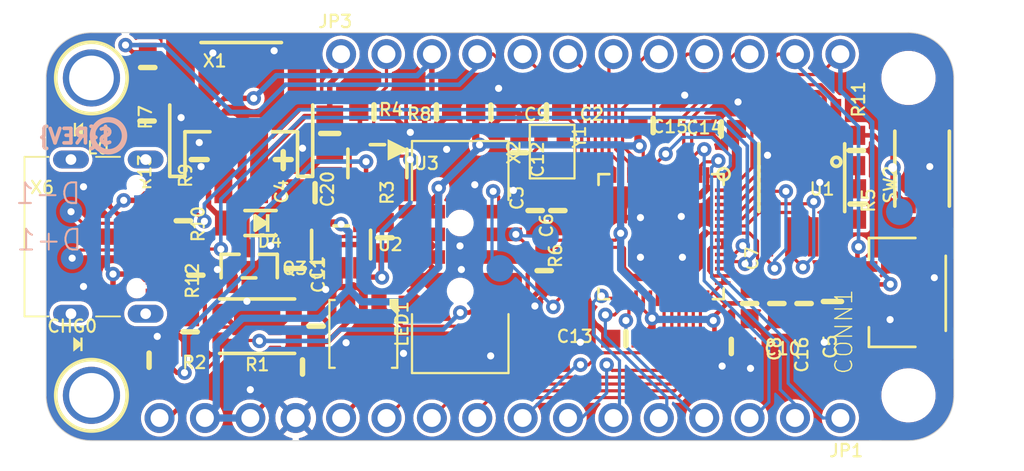
<source format=kicad_pcb>
(kicad_pcb (version 20221018) (generator pcbnew)
  (layers (0 "F.Cu" signal) (31 "B.Cu" signal) (34 "B.Paste" user) (35 "F.Paste" user) (36 "B.SilkS" user "B.Silkscreen") (37 "F.SilkS" user "F.Silkscreen") (38 "B.Mask" user) (39 "F.Mask" user) (44 "Edge.Cuts" user))
  (net 0 "")
  (net 1 "GND")
  (net 2 "MOSI")
  (net 3 "MISO")
  (net 4 "SCK")
  (net 5 "D24")
  (net 6 "A3")
  (net 7 "A2")
  (net 8 "A1")
  (net 9 "D11")
  (net 10 "D12")
  (net 11 "+3V3")
  (net 12 "VBUS")
  (net 13 "VBAT")
  (net 14 "N$2")
  (net 15 "D13")
  (net 16 "A0")
  (net 17 "N$1")
  (net 18 "N$3")
  (net 19 "N$4")
  (net 20 "SCL")
  (net 21 "SDA")
  (net 22 "D9")
  (net 23 "NEOPIX")
  (net 24 "D6")
  (net 25 "D5")
  (net 26 "D10")
  (net 27 "D+")
  (net 28 "D-")
  (net 29 "~{RESET}")
  (net 30 "EN")
  (net 31 "VHI")
  (net 32 "QSPI_DATA[0]")
  (net 33 "QSPI_DATA[1]")
  (net 34 "QSPI_SCK")
  (net 35 "QSPI_CS")
  (net 36 "QSPI_DATA[3]")
  (net 37 "QSPI_DATA[2]")
  (net 38 "D4")
  (net 39 "CC1")
  (net 40 "CC2")
  (net 41 "1.2V")
  (net 42 "SWCLK")
  (net 43 "SWDIO")
  (net 44 "TX")
  (net 45 "RX")
  (net 46 "N$5")
  (net 47 "N$6")
  (net 48 "D25")
  (net 49 "N$7")
  (net 50 "USB_D+")
  (net 51 "USB_D-")
  (net 52 "USBBOOT")
  (footprint "working:SOIC8_208MIL" (layer "F.Cu") (at 165.3921 101.7016 180)
    (fp_text reference "U1")
    (fp_text value "2MB Flash")
  )
  (footprint "working:MOUNTINGHOLE_2.5_PLATED" (layer "F.Cu") (at 125.6411 113.8936 -90)
    (fp_text reference "U$32" hide)
    (fp_text value "MOUNTINGHOLE2.5" hide)
  )
  (footprint "working:0603-NO" (layer "F.Cu") (at 162.4711 108.7501 90)
    (fp_text reference "C7")
    (fp_text value "0.1uF")
  )
  (footprint "working:0603-NO" (layer "F.Cu") (at 130.7846 104.1146 90)
    (fp_text reference "R9")
    (fp_text value "27")
  )
  (footprint "working:0603-NO" (layer "F.Cu") (at 128.7526 98.5266 -90)
    (fp_text reference "R13")
    (fp_text value "5.1K")
  )
  (footprint "working:0603-NO" (layer "F.Cu") (at 151.1046 98.0186)
    (fp_text reference "C2")
    (fp_text value "22pF")
  )
  (footprint "working:0805-NO" (layer "F.Cu") (at 137.0476 106.7866 -90)
    (fp_text reference "C1")
    (fp_text value "10µF")
  )
  (footprint "working:0603-NO" (layer "F.Cu") (at 137.4521 112.3061 180)
    (fp_text reference "R1")
    (fp_text value "10K")
  )
  (footprint "working:0805-NO" (layer "F.Cu") (at 138.9761 99.2251 -90)
    (fp_text reference "C20")
    (fp_text value "10µF")
  )
  (footprint "working:0603-NO" (layer "F.Cu") (at 149.5806 100.3046 -90)
    (fp_text reference "C3")
    (fp_text value "22pF")
  )
  (footprint "" (layer "F.Cu") (at 171.3611 113.8936)
    (fp_text reference "@HOLE1" hide)
    (fp_text value "")
  )
  (footprint "working:FIDUCIAL_1MM" (layer "F.Cu") (at 133.8961 95.9866 -90)
    (fp_text reference "U$34" hide)
    (fp_text value "FIDUCIAL_1MM" hide)
  )
  (footprint "working:0603-NO" (layer "F.Cu") (at 168.4401 100.1776 90)
    (fp_text reference "R11")
    (fp_text value "1K")
  )
  (footprint "working:2X05_1.27MM_BOX_POSTS" (layer "F.Cu") (at 146.2786 106.1466 -90)
    (fp_text reference "X2")
    (fp_text value "")
  )
  (footprint "working:0603-NO" (layer "F.Cu") (at 168.4909 103.1748 -90)
    (fp_text reference "R5")
    (fp_text value "10K")
  )
  (footprint "working:0805-NO" (layer "F.Cu") (at 138.1541 102.5421 180)
    (fp_text reference "C4")
    (fp_text value "10µF")
  )
  (footprint "working:CHIPLED_0603_NOOUTLINE" (layer "F.Cu") (at 124.8791 111.0361 -90)
    (fp_text reference "CHG0")
    (fp_text value "ORANGE")
  )
  (footprint "working:0603-NO" (layer "F.Cu") (at 138.2141 110.0201 90)
    (fp_text reference "C11")
    (fp_text value "0.1uF")
  )
  (footprint "working:LED3535" (layer "F.Cu") (at 140.8557 110.4519 -90)
    (fp_text reference "LED1")
    (fp_text value "WS2812B3535")
  )
  (footprint "working:0603-NO" (layer "F.Cu") (at 128.7907 95.5294 -90)
    (fp_text reference "R7")
    (fp_text value "10K")
  )
  (footprint "working:JSTPH2_BATT" (layer "F.Cu") (at 134.0231 97.1296)
    (fp_text reference "X1")
    (fp_text value "JSTPH")
  )
  (footprint "working:1X16_ROUND" (layer "F.Cu") (at 148.5011 115.1636 180)
    (fp_text reference "JP1")
    (fp_text value "")
  )
  (footprint "" (layer "F.Cu") (at 171.3611 96.1136)
    (fp_text reference "@HOLE0" hide)
    (fp_text value "")
  )
  (footprint "working:SOT23-5@1" (layer "F.Cu") (at 139.6111 105.4481)
    (fp_text reference "U2")
    (fp_text value "AP2112-3.3")
  )
  (footprint "working:0805-NO" (layer "F.Cu") (at 167.1066 108.6358 -90)
    (fp_text reference "C5")
    (fp_text value "10uF")
  )
  (footprint "working:0603-NO" (layer "F.Cu") (at 147.9931 98.0313)
    (fp_text reference "C9")
    (fp_text value "0.1uF")
  )
  (footprint "working:0603-NO" (layer "F.Cu") (at 131.4831 107.1626 90)
    (fp_text reference "R10")
    (fp_text value "27")
  )
  (footprint "working:SOT23-R" (layer "F.Cu") (at 134.4676 106.6546)
    (fp_text reference "Q3")
    (fp_text value "DMG341")
  )
  (footprint "working:SOT23-5" (layer "F.Cu") (at 141.6431 100.9015)
    (fp_text reference "U3")
    (fp_text value "MCP73831T-2ACI/OT")
  )
  (footprint "working:0603-NO" (layer "F.Cu") (at 150.9776 106.9086 90)
    (fp_text reference "C6")
    (fp_text value "0.1uF")
  )
  (footprint "working:0603-NO" (layer "F.Cu") (at 131.1656 110.3376 90)
    (fp_text reference "R12")
    (fp_text value "5.1K")
  )
  (footprint "working:0603-NO" (layer "F.Cu") (at 163.9951 108.7501 -90)
    (fp_text reference "C8")
    (fp_text value "1uF")
  )
  (footprint "working:BTN_KMR2_4.6X2.8" (layer "F.Cu") (at 172.1231 101.1936 90)
    (fp_text reference "SW2")
    (fp_text value "KMR2")
  )
  (footprint "working:SOD-123" (layer "F.Cu") (at 135.1026 104.2416 180)
    (fp_text reference "D4")
    (fp_text value "MBR540")
  )
  (footprint "working:1X12_ROUND" (layer "F.Cu") (at 153.5811 94.7801)
    (fp_text reference "JP3")
    (fp_text value "")
  )
  (footprint "working:0603-NO" (layer "F.Cu") (at 161.447393 111.155397)
    (fp_text reference "C10")
    (fp_text value "1uF")
  )
  (footprint "working:0603-NO" (layer "F.Cu") (at 141.4526 98.0186)
    (fp_text reference "R8")
    (fp_text value "5.1K")
  )
  (footprint "working:0603-NO" (layer "F.Cu") (at 128.8669 111.9251)
    (fp_text reference "R2")
    (fp_text value "10K")
  )
  (footprint "working:CHIPLED_0603_NOOUTLINE" (layer "F.Cu") (at 124.9206 99.0111 90)
    (fp_text reference "L0")
    (fp_text value "RED")
  )
  (footprint "working:QFN56_7MM_REDUCEDEPAD" (layer "F.Cu") (at 157.5181 105.0036 -90)
    (fp_text reference "IC1" hide)
    (fp_text value "RP2040_QFN56" hide)
  )
  (footprint "working:USB_C_CUSB31-CFM2AX-01-X" (layer "F.Cu") (at 125.7046 105.0036 -90)
    (fp_text reference "X6")
    (fp_text value "USB Type C")
  )
  (footprint "working:FIDUCIAL_1MM" (layer "F.Cu") (at 169.5033 115.6646 -90)
    (fp_text reference "U$35" hide)
    (fp_text value "FIDUCIAL_1MM" hide)
  )
  (footprint "working:0603-NO" (layer "F.Cu") (at 144.9451 98.0186 180)
    (fp_text reference "R4")
    (fp_text value "10K")
  )
  (footprint "working:0603-NO" (layer "F.Cu") (at 151.7396 103.5431 -90)
    (fp_text reference "R6")
    (fp_text value "1K")
  )
  (footprint "working:BTN_KMR2_4.6X2.8" (layer "F.Cu") (at 134.9121 110.0201 180)
    (fp_text reference "SW1" hide)
    (fp_text value "KMR2" hide)
  )
  (footprint "working:0603-NO" (layer "F.Cu") (at 157.0736 98.7806)
    (fp_text reference "C14")
    (fp_text value "0.1uF")
  )
  (footprint "working:0603-NO" (layer "F.Cu") (at 150.4696 103.5431 90)
    (fp_text reference "C12")
    (fp_text value "0.1uF")
  )
  (footprint "working:JST_SH4" (layer "F.Cu") (at 171.3611 108.1786 90)
    (fp_text reference "CONN1")
    (fp_text value "STEMMA_I2C_QT" hide)
  )
  (footprint "working:RP2040_TOP" (layer "F.Cu") (at 123.1011 116.4336)
    (fp_text reference "U$43" hide)
    (fp_text value "" hide)
  )
  (footprint "working:MOUNTINGHOLE_2.5_PLATED" (layer "F.Cu") (at 125.6411 96.1136 -90)
    (fp_text reference "U$31" hide)
    (fp_text value "MOUNTINGHOLE2.5" hide)
  )
  (footprint "working:CRYSTAL_2.5X2" (layer "F.Cu") (at 151.4221 100.2411 -90)
    (fp_text reference "Y1")
    (fp_text value "12MHZ")
  )
  (footprint "working:0603-NO" (layer "F.Cu") (at 160.8836 98.9711 180)
    (fp_text reference "C15")
    (fp_text value "0.1uF")
  )
  (footprint "working:0603-NO" (layer "F.Cu") (at 155.5496 110.7186 180)
    (fp_text reference "C13")
    (fp_text value "0.1uF")
  )
  (footprint "working:0603-NO" (layer "F.Cu") (at 165.5191 108.7501 -90)
    (fp_text reference "C16")
    (fp_text value "0.1uF")
  )
  (footprint "working:0603-NO" (layer "F.Cu") (at 142.0622 105.0671 90)
    (fp_text reference "R3")
    (fp_text value "10K")
  )
  (footprint "working:B1,27" (layer "B.Cu") (at 124.4981 103.6066 180)
    (fp_text reference "D-1")
    (fp_text value "TPB1,27")
  )
  (footprint "working:TESTPOINT_ROUND_1.5MM_NO" (layer "B.Cu") (at 148.5011 106.7816 180)
    (fp_text reference "TP1" hide)
    (fp_text value "" hide)
  )
  (footprint "working:B1,27" (layer "B.Cu") (at 124.5616 106.2101 180)
    (fp_text reference "D+1")
    (fp_text value "TPB1,27")
  )
  (footprint "working:PCBFEAT-REV-040" (layer "B.Cu") (at 126.5936 99.3521 180)
    (fp_text reference "U$13" hide)
    (fp_text value "" hide)
  )
  (footprint "working:TESTPOINT_ROUND_1.5MM_NO" (layer "B.Cu") (at 151.0411 105.0036 180)
    (fp_text reference "TP2" hide)
    (fp_text value "" hide)
  )
  (footprint "working:RP2040_BOT" (layer "B.Cu") (at 173.9011 116.4336 180)
    (fp_text reference "U$1" hide)
    (fp_text value "" hide)
  )
  (footprint "working:TESTPOINT_ROUND_1.5MM_NO" (layer "B.Cu") (at 170.8531 103.6066 180)
    (fp_text reference "TP3" hide)
    (fp_text value "" hide)
  )
  (gr_arc (start 171.3611 93.5736) (mid 173.157151 94.317549) (end 173.9011 96.1136) (stroke (width 0.05)) (layer "Edge.Cuts"))
  (gr_line (start 171.3611 93.5736) (end 125.6411 93.5736) (stroke (width 0.05)) (layer "Edge.Cuts"))
  (gr_line (start 123.1011 96.1136) (end 123.1011 113.8936) (stroke (width 0.05)) (layer "Edge.Cuts"))
  (gr_line (start 173.9011 113.8936) (end 173.9011 96.1136) (stroke (width 0.05)) (layer "Edge.Cuts"))
  (gr_arc (start 125.6411 116.4336) (mid 123.845049 115.689651) (end 123.1011 113.8936) (stroke (width 0.05)) (layer "Edge.Cuts"))
  (gr_arc (start 173.9011 113.8936) (mid 173.157151 115.689651) (end 171.3611 116.4336) (stroke (width 0.05)) (layer "Edge.Cuts"))
  (gr_line (start 125.6411 116.4336) (end 171.3611 116.4336) (stroke (width 0.05)) (layer "Edge.Cuts"))
  (gr_arc (start 123.1011 96.1136) (mid 123.845049 94.317549) (end 125.6411 93.5736) (stroke (width 0.05)) (layer "Edge.Cuts"))
  (gr_text "" (at 134.5311 113.3856) (layer "F.SilkS") (effects (font (size 0.89408 0.89408) (thickness 0.12192))))
  (segment (start 129.4761 108.2036) (end 130.1128 108.8403) (width 0.3048) (layer "F.Cu") (net 1))
  (segment (start 153.4966 104.0036) (end 152.9461 103.4531) (width 0.1778) (layer "F.Cu") (net 1))
  (segment (start 138.7475 107.9627) (end 138.7475 107.8277) (width 0.3048) (layer "F.Cu") (net 1))
  (segment (start 149.409181 96.6978) (end 148.4249 96.6978) (width 0.3048) (layer "F.Cu") (net 1))
  (segment (start 153.0731 98.3996) (end 152.78735 98.11385) (width 0.1778) (layer "F.Cu") (net 1))
  (segment (start 150.9776 108.284413) (end 150.7522 108.509813) (width 0.3048) (layer "F.Cu") (net 1))
  (segment (start 139.5476 107.5737) (end 139.2936 107.8277) (width 0.3048) (layer "F.Cu") (net 1))
  (segment (start 154.0681 104.0036) (end 153.4966 104.0036) (width 0.1778) (layer "F.Cu") (net 1))
  (segment (start 139.2936 107.8277) (end 138.7475 107.8277) (width 0.3048) (layer "F.Cu") (net 1))
  (segment (start 154.0681 104.0036) (end 155.2111 104.0036) (width 0.1778) (layer "F.Cu") (net 1))
  (segment (start 150.9776 107.7586) (end 150.9776 108.284413) (width 0.3048) (layer "F.Cu") (net 1))
  (segment (start 139.5476 106.8117) (end 139.5476 107.5737) (width 0.3048) (layer "F.Cu") (net 1))
  (segment (start 150.7522 108.5945) (end 150.4569 108.8898) (width 0.3048) (layer "F.Cu") (net 1))
  (segment (start 150.7522 108.509813) (end 150.7522 108.5945) (width 0.3048) (layer "F.Cu") (net 1))
  (segment (start 153.0731 101.1936) (end 153.0731 98.3996) (width 0.1778) (layer "F.Cu") (net 1))
  (segment (start 129.2496 108.2036) (end 129.4761 108.2036) (width 0.3048) (layer "F.Cu") (net 1))
  (segment (start 152.78735 97.28835) (end 152.2476 96.7486) (width 0.3048) (layer "F.Cu") (net 1))
  (segment (start 130.1128 108.8403) (end 130.1128 109.8227) (width 0.3048) (layer "F.Cu") (net 1))
  (segment (start 149.5806 98.1456) (end 149.4663 98.0313) (width 0.3048) (layer "F.Cu") (net 1))
  (segment (start 149.5806 99.4546) (end 149.5806 98.1456) (width 0.3048) (layer "F.Cu") (net 1))
  (segment (start 157.4292 105.0036) (end 156.3624 103.9368) (width 0.3048) (layer "F.Cu") (net 1))
  (segment (start 130.1128 109.8227) (end 129.3241 110.6114) (width 0.3048) (layer "F.Cu") (net 1))
  (segment (start 153.0096 97.5106) (end 152.78735 97.28835) (width 0.3048) (layer "F.Cu") (net 1))
  (segment (start 131.6613 110.6114) (end 129.3241 110.6114) (width 0.3048) (layer "F.Cu") (net 1))
  (segment (start 149.459981 96.7486) (end 149.409181 96.6978) (width 0.3048) (layer "F.Cu") (net 1))
  (segment (start 152.2476 96.7486) (end 149.459981 96.7486) (width 0.3048) (layer "F.Cu") (net 1))
  (segment (start 132.8621 109.4106) (end 131.6613 110.6114) (width 0.3048) (layer "F.Cu") (net 1))
  (segment (start 155.2779 103.9368) (end 156.3624 103.9368) (width 0.3048) (layer "F.Cu") (net 1))
  (segment (start 152.78735 98.11385) (end 152.78735 97.28835) (width 0.1778) (layer "F.Cu") (net 1))
  (segment (start 155.2779 103.9368) (end 155.2111 104.0036) (width 0.3048) (layer "F.Cu") (net 1))
  (segment (start 139.6111 106.7482) (end 139.5476 106.8117) (width 0.3048) (layer "F.Cu") (net 1))
  (segment (start 157.5181 105.0036) (end 157.4292 105.0036) (width 0.3048) (layer "F.Cu") (net 1))
  (segment (start 149.4663 98.0313) (end 148.8431 98.0313) (width 0.3048) (layer "F.Cu") (net 1))
  (segment (start 152.9461 103.4531) (end 152.9461 101.3206) (width 0.1778) (layer "F.Cu") (net 1))
  (segment (start 132.8621 109.2201) (end 132.8621 109.4106) (width 0.3048) (layer "F.Cu") (net 1))
  (segment (start 152.9461 101.3206) (end 153.0731 101.1936) (width 0.1778) (layer "F.Cu") (net 1))
  (via (at 125.1966 107.7976) (size 0.8064) (drill 0.4) (layers "F.Cu" "B.Cu") (net 1))
  (via (at 131.6736 99.7331) (size 0.8064) (drill 0.4) (layers "F.Cu" "B.Cu") (net 1))
  (via (at 130.6576 98.3361) (size 0.8064) (drill 0.4) (layers "F.Cu" "B.Cu") (net 1))
  (via (at 146.3421 106.8451) (size 0.8064) (drill 0.4) (layers "F.Cu" "B.Cu") (net 1))
  (via (at 162.5219 112.3823) (size 0.8064) (drill 0.4) (layers "F.Cu" "B.Cu") (net 1))
  (via (at 125.1966 102.2096) (size 0.8064) (drill 0.4) (layers "F.Cu" "B.Cu") (net 1))
  (via (at 147.0914 102.0953) (size 0.8064) (drill 0.4) (layers "F.Cu" "B.Cu") (net 1))
  (via (at 158.8389 97.0788) (size 0.8064) (drill 0.4) (layers "F.Cu" "B.Cu") (net 1))
  (via (at 145.5166 100.1141) (size 0.8064) (drill 0.4) (layers "F.Cu" "B.Cu") (net 1))
  (via (at 129.3241 110.5916) (size 0.8064) (drill 0.4) (layers "F.Cu" "B.Cu") (net 1))
  (via (at 132.4356 94.7166) (size 0.8064) (drill 0.4) (layers "F.Cu" "B.Cu") (net 1))
  (via (at 134.5311 113.5761) (size 0.8064) (drill 0.4) (layers "F.Cu" "B.Cu") (net 1))
  (via (at 156.3624 103.9368) (size 0.8064) (drill 0.4) (layers "F.Cu" "B.Cu") (net 1))
  (via (at 138.7475 107.9627) (size 0.8064) (drill 0.4) (layers "F.Cu" "B.Cu") (net 1))
  (via (at 132.6896 106.8451) (size 0.8064) (drill 0.4) (layers "F.Cu" "B.Cu") (net 1))
  (via (at 147.9804 111.6838) (size 0.8064) (drill 0.4) (layers "F.Cu" "B.Cu") (net 1))
  (via (at 135.6741 105.5116) (size 0.8064) (drill 0.4) (layers "F.Cu" "B.Cu") (net 1))
  (via (at 150.4569 108.8898) (size 0.8064) (drill 0.4) (layers "F.Cu" "B.Cu") (net 1))
  (via (at 149.2504 102.4128) (size 0.8064) (drill 0.4) (layers "F.Cu" "B.Cu") (net 1))
  (via (at 170.3324 109.6518) (size 0.8064) (drill 0.4) (layers "F.Cu" "B.Cu") (net 1))
  (via (at 135.8646 94.5896) (size 0.8064) (drill 0.4) (layers "F.Cu" "B.Cu") (net 1))
  (via (at 156.3624 106.1593) (size 0.8064) (drill 0.4) (layers "F.Cu" "B.Cu") (net 1))
  (via (at 160.9344 112.2553) (size 0.8064) (drill 0.4) (layers "F.Cu" "B.Cu") (net 1))
  (via (at 161.8234 97.4598) (size 0.8064) (drill 0.4) (layers "F.Cu" "B.Cu") (net 1))
  (via (at 143.4846 99.1616) (size 0.8064) (drill 0.4) (layers "F.Cu" "B.Cu") (net 1))
  (via (at 146.2659 105.5243) (size 0.8064) (drill 0.4) (layers "F.Cu" "B.Cu") (net 1))
  (via (at 172.8089 107.3023) (size 0.8001) (drill 0.3937) (layers "F.Cu" "B.Cu") (net 1))
  (via (at 134.3406 108.6231) (size 0.8064) (drill 0.4) (layers "F.Cu" "B.Cu") (net 1))
  (via (at 166.6494 110.9218) (size 0.8064) (drill 0.4) (layers "F.Cu" "B.Cu") (net 1))
  (via (at 139.8905 110.9472) (size 0.8064) (drill 0.4) (layers "F.Cu" "B.Cu") (net 1))
  (via (at 131.7752 101.0793) (size 0.8064) (drill 0.4) (layers "F.Cu" "B.Cu") (net 1))
  (via (at 148.4249 96.6978) (size 0.8064) (drill 0.4) (layers "F.Cu" "B.Cu") (net 1))
  (via (at 166.3954 101.9683) (size 0.8064) (drill 0.4) (layers "F.Cu" "B.Cu") (net 1))
  (via (at 158.6484 103.8733) (size 0.8064) (drill 0.4) (layers "F.Cu" "B.Cu") (net 1))
  (via (at 158.7119 106.1593) (size 0.8064) (drill 0.4) (layers "F.Cu" "B.Cu") (net 1))
  (via (at 137.4521 100.0506) (size 0.8064) (drill 0.4) (layers "F.Cu" "B.Cu") (net 1))
  (via (at 152.9969 110.9218) (size 0.8064) (drill 0.4) (layers "F.Cu" "B.Cu") (net 1))
  (via (at 172.5549 101.0793) (size 0.8001) (drill 0.3937) (layers "F.Cu" "B.Cu") (net 1))
  (via (at 163.4744 100.4443) (size 0.8064) (drill 0.4) (layers "F.Cu" "B.Cu") (net 1))
  (via (at 143.1036 111.5441) (size 0.8064) (drill 0.4) (layers "F.Cu" "B.Cu") (net 1))
  (segment (start 154.9072 109.386369) (end 154.3992 109.386369) (width 0.1778) (layer "F.Cu") (net 2))
  (segment (start 155.3181 108.4536) (end 155.3181 108.975469) (width 0.1778) (layer "F.Cu") (net 2))
  (segment (start 155.3181 108.975469) (end 154.9072 109.386369) (width 0.1778) (layer "F.Cu") (net 2))
  (via (at 154.3992 109.386369) (size 0.8064) (drill 0.4) (layers "F.Cu" "B.Cu") (net 2))
  (segment (start 157.8356 114.9096) (end 157.5816 115.1636) (width 0.1778) (layer "B.Cu") (net 2))
  (segment (start 157.5816 115.1636) (end 157.3911 115.1636) (width 0.1778) (layer "B.Cu") (net 2))
  (segment (start 154.3992 109.386369) (end 154.3992 110.5842) (width 0.1778) (layer "B.Cu") (net 2))
  (segment (start 157.8356 114.0206) (end 157.8356 114.9096) (width 0.1778) (layer "B.Cu") (net 2))
  (segment (start 157.8356 114.0206) (end 154.3992 110.5842) (width 0.1778) (layer "B.Cu") (net 2))
  (segment (start 155.7181 108.4536) (end 155.7181 109.5341) (width 0.1778) (layer "F.Cu") (net 3))
  (segment (start 155.7181 109.5341) (end 155.5496 109.7026) (width 0.1778) (layer "F.Cu") (net 3))
  (via (at 155.5496 109.7026) (size 0.8064) (drill 0.4) (layers "F.Cu" "B.Cu") (net 3))
  (segment (start 155.5496 109.7026) (end 155.5496 111.1631) (width 0.1778) (layer "B.Cu") (net 3))
  (segment (start 159.9311 115.1636) (end 159.5501 115.1636) (width 0.1778) (layer "B.Cu") (net 3))
  (segment (start 159.5501 115.1636) (end 155.5496 111.1631) (width 0.1778) (layer "B.Cu") (net 3))
  (segment (start 154.181287 108.324988) (end 154.3099 108.4536) (width 0.1778) (layer "F.Cu") (net 4))
  (segment (start 154.9181 108.4536) (end 154.3099 108.4536) (width 0.1778) (layer "F.Cu") (net 4))
  (via (at 154.181287 108.324988) (size 0.8064) (drill 0.4) (layers "F.Cu" "B.Cu") (net 4))
  (segment (start 155.0416 115.1636) (end 155.189925 115.015275) (width 0.1778) (layer "B.Cu") (net 4))
  (segment (start 155.189925 111.946425) (end 153.7293 110.4858) (width 0.1778) (layer "B.Cu") (net 4))
  (segment (start 155.189925 115.015275) (end 155.189925 111.946425) (width 0.1778) (layer "B.Cu") (net 4))
  (segment (start 153.7293 108.6713) (end 154.075612 108.324988) (width 0.1778) (layer "B.Cu") (net 4))
  (segment (start 153.7293 110.4858) (end 153.7293 108.6713) (width 0.1778) (layer "B.Cu") (net 4))
  (segment (start 154.075612 108.324988) (end 154.181287 108.324988) (width 0.1778) (layer "B.Cu") (net 4))
  (segment (start 155.0416 115.1636) (end 154.8511 115.1636) (width 0.1778) (layer "B.Cu") (net 4))
  (segment (start 153.0096 112.1791) (end 153.454103 112.179097) (width 0.1778) (layer "F.Cu") (net 5))
  (segment (start 157.6848 111.5092) (end 154.124 111.5092) (width 0.1778) (layer "F.Cu") (net 5))
  (segment (start 154.124 111.5092) (end 153.454103 112.179097) (width 0.1778) (layer "F.Cu") (net 5))
  (segment (start 157.7181 108.4536) (end 157.6848 108.4869) (width 0.1778) (layer "F.Cu") (net 5))
  (segment (start 157.6848 108.4869) (end 157.6848 111.5092) (width 0.1778) (layer "F.Cu") (net 5))
  (via (at 153.0096 112.1791) (size 0.8064) (drill 0.4) (layers "F.Cu" "B.Cu") (net 5))
  (segment (start 152.8191 112.1791) (end 149.8346 115.1636) (width 0.1778) (layer "B.Cu") (net 5))
  (segment (start 153.0096 112.1791) (end 152.8191 112.1791) (width 0.1778) (layer "B.Cu") (net 5))
  (segment (start 149.7711 115.1636) (end 149.8346 115.1636) (width 0.1778) (layer "B.Cu") (net 5))
  (segment (start 147.2311 114.7826) (end 147.2311 115.1636) (width 0.1778) (layer "F.Cu") (net 6))
  (segment (start 159.7181 112.7731) (end 158.4706 114.0206) (width 0.1778) (layer "F.Cu") (net 6))
  (segment (start 147.9931 114.0206) (end 147.2311 114.7826) (width 0.1778) (layer "F.Cu") (net 6))
  (segment (start 159.7181 108.4536) (end 159.7181 112.7731) (width 0.1778) (layer "F.Cu") (net 6))
  (segment (start 158.4706 114.0206) (end 147.9931 114.0206) (width 0.1778) (layer "F.Cu") (net 6))
  (segment (start 146.2151 113.6396) (end 144.6911 115.1636) (width 0.1778) (layer "F.Cu") (net 7))
  (segment (start 159.3181 112.6016) (end 158.2801 113.6396) (width 0.1778) (layer "F.Cu") (net 7))
  (segment (start 158.2801 113.6396) (end 146.2151 113.6396) (width 0.1778) (layer "F.Cu") (net 7))
  (segment (start 159.3181 108.4536) (end 159.3181 112.6016) (width 0.1778) (layer "F.Cu") (net 7))
  (segment (start 158.9181 112.4301) (end 158.0896 113.2586) (width 0.1778) (layer "F.Cu") (net 8))
  (segment (start 144.0561 113.2586) (end 142.1511 115.1636) (width 0.1778) (layer "F.Cu") (net 8))
  (segment (start 158.0896 113.2586) (end 144.0561 113.2586) (width 0.1778) (layer "F.Cu") (net 8))
  (segment (start 158.9181 108.4536) (end 158.9181 112.4301) (width 0.1778) (layer "F.Cu") (net 8))
  (segment (start 152.3111 94.7801) (end 154.2193 96.6883) (width 0.1778) (layer "F.Cu") (net 9))
  (segment (start 154.9181 101.5536) (end 154.9181 101.207294) (width 0.1778) (layer "F.Cu") (net 9))
  (segment (start 154.2193 96.6883) (end 154.2193 100.508494) (width 0.1778) (layer "F.Cu") (net 9))
  (segment (start 154.9181 101.207294) (end 154.2193 100.508494) (width 0.1778) (layer "F.Cu") (net 9))
  (segment (start 149.7711 94.7801) (end 150.9141 95.9231) (width 0.1778) (layer "F.Cu") (net 10))
  (segment (start 153.8383 96.8709) (end 152.8905 95.9231) (width 0.1778) (layer "F.Cu") (net 10))
  (segment (start 154.0681 101.1971) (end 154.0681 102.4036) (width 0.1778) (layer "F.Cu") (net 10))
  (segment (start 154.0681 101.1971) (end 153.8383 100.9673) (width 0.1778) (layer "F.Cu") (net 10))
  (segment (start 152.8905 95.9231) (end 150.9141 95.9231) (width 0.1778) (layer "F.Cu") (net 10))
  (segment (start 153.8383 96.8709) (end 153.8383 100.9673) (width 0.1778) (layer "F.Cu") (net 10))
  (segment (start 168.1629 108.6786) (end 168.8471 108.6786) (width 0.4064) (layer "F.Cu") (net 11))
  (segment (start 161.6701 98.9711) (end 161.7336 98.9711) (width 0.1778) (layer "F.Cu") (net 11))
  (segment (start 160.2836 105.6036) (end 160.1851 105.7021) (width 0.1778) (layer "F.Cu") (net 11))
  (segment (start 139.9807 108.7019) (end 139.9807 109.7775) (width 0.3048) (layer "F.Cu") (net 11))
  (segment (start 160.597393 111.155397) (end 160.5026 110.932691) (width 0.254) (layer "F.Cu") (net 11))
  (segment (start 161.679481 100.905713) (end 161.679481 99.333525) (width 0.4064) (layer "F.Cu") (net 11))
  (segment (start 154.0681 105.2036) (end 151.0896 105.2036) (width 0.1778) (layer "F.Cu") (net 11))
  (segment (start 160.2639 106.9874) (end 160.2639 107.014069) (width 0.1778) (layer "F.Cu") (net 11))
  (segment (start 167.1066 107.6858) (end 167.1701 107.6858) (width 0.4064) (layer "F.Cu") (net 11))
  (segment (start 139.547606 104.2416) (end 138.7547 104.2416) (width 0.4064) (layer "F.Cu") (net 11))
  (segment (start 161.6701 98.9711) (end 161.493581 99.147622) (width 0.1778) (layer "F.Cu") (net 11))
  (segment (start 159.6771 102.7176) (end 160.1181 102.2766) (width 0.4064) (layer "F.Cu") (net 11))
  (segment (start 138.3021 112.3061) (end 138.2141 112.2181) (width 0.254) (layer "F.Cu") (net 11))
  (segment (start 145.0721 102.2731) (end 145.0721 102.6631) (width 0.4064) (layer "F.Cu") (net 11))
  (segment (start 157.0101 110.1081) (end 156.3996 110.7186) (width 0.4064) (layer "F.Cu") (net 11))
  (segment (start 161.1299 108.7424) (end 160.4796 108.0921) (width 0.254) (layer "F.Cu") (net 11))
  (segment (start 147.1431 98.0313) (end 147.1431 99.6451) (width 0.4064) (layer "F.Cu") (net 11))
  (segment (start 138.6611 102.9851) (end 139.1041 102.5421) (width 0.3048) (layer "F.Cu") (net 11))
  (segment (start 165.5191 107.9001) (end 166.8923 107.9001) (width 0.254) (layer "F.Cu") (net 11))
  (segment (start 160.2639 107.014069) (end 160.453431 107.2036) (width 0.1778) (layer "F.Cu") (net 11))
  (segment (start 161.679481 99.333525) (end 161.493581 99.147622) (width 0.4064) (layer "F.Cu") (net 11))
  (segment (start 137.1981 113.5126) (end 138.3021 112.4086) (width 0.254) (layer "F.Cu") (net 11))
  (segment (start 136.1821 113.5126) (end 137.1981 113.5126) (width 0.254) (layer "F.Cu") (net 11))
  (segment (start 167.3606 105.0801) (end 167.2971 105.0166) (width 0.4064) (layer "F.Cu") (net 11))
  (segment (start 147.1431 99.6451) (end 147.3581 99.8601) (width 0.3048) (layer "F.Cu") (net 11))
  (segment (start 160.5026 109.7661) (end 160.5026 110.932691) (width 0.254) (layer "F.Cu") (net 11))
  (segment (start 156.5181 109.0836) (end 156.5181 108.4536) (width 0.1778) (layer "F.Cu") (net 11))
  (segment (start 161.1299 108.7424) (end 164.6768 108.7424) (width 0.254) (layer "F.Cu") (net 11))
  (segment (start 156.2236 99.8356) (end 156.2236 98.7806) (width 0.4064) (layer "F.Cu") (net 11))
  (segment (start 155.2535 104.8131) (end 155.2535 104.9072) (width 0.1778) (layer "F.Cu") (net 11))
  (segment (start 145.0721 102.6631) (end 144.1286 103.6066) (width 0.4064) (layer "F.Cu") (net 11))
  (segment (start 160.5661 109.5756) (end 160.4391 109.7026) (width 0.254) (layer "F.Cu") (net 11))
  (segment (start 167.3606 105.0801) (end 167.3606 105.8443) (width 0.4064) (layer "F.Cu") (net 11))
  (segment (start 139.9807 109.7775) (end 138.8881 110.8701) (width 0.3048) (layer "F.Cu") (net 11))
  (segment (start 166.8923 107.9001) (end 167.1066 107.6858) (width 0.254) (layer "F.Cu") (net 11))
  (segment (start 168.4909 104.0248) (end 168.2889 104.0248) (width 0.4064) (layer "F.Cu") (net 11))
  (segment (start 138.6611 104.148) (end 138.7547 104.2416) (width 0.3048) (layer "F.Cu") (net 11))
  (segment (start 160.968093 101.6171) (end 161.679481 100.905713) (width 0.4064) (layer "F.Cu") (net 11))
  (segment (start 168.1629 108.6786) (end 167.1701 107.6858) (width 0.4064) (layer "F.Cu") (net 11))
  (segment (start 154.0681 105.2036) (end 154.9571 105.2036) (width 0.1778) (layer "F.Cu") (net 11))
  (segment (start 138.6611 104.148) (end 138.6611 102.9851) (width 0.4064) (layer "F.Cu") (net 11))
  (segment (start 160.4796 108.0921) (end 160.9681 107.6036) (width 0.1778) (layer "F.Cu") (net 11))
  (segment (start 134.5311 115.1636) (end 136.1821 113.5126) (width 0.254) (layer "F.Cu") (net 11))
  (segment (start 160.5661 109.3851) (end 160.5661 109.5756) (width 0.254) (layer "F.Cu") (net 11))
  (segment (start 160.1851 105.7021) (end 160.1851 106.9086) (width 0.1778) (layer "F.Cu") (net 11))
  (segment (start 167.1066 107.6858) (end 167.1066 106.0983) (width 0.4064) (layer "F.Cu") (net 11))
  (segment (start 161.16935 108.78185) (end 160.5661 109.3851) (width 0.254) (layer "F.Cu") (net 11))
  (segment (start 156.3116 99.9236) (end 156.2236 99.8356) (width 0.4064) (layer "F.Cu") (net 11))
  (segment (start 160.1181 101.5536) (end 160.1816 101.6171) (width 0.1778) (layer "F.Cu") (net 11))
  (segment (start 138.2141 110.8701) (end 138.2141 112.2181) (width 0.254) (layer "F.Cu") (net 11))
  (segment (start 138.3021 112.4086) (end 138.3021 112.3061) (width 0.254) (layer "F.Cu") (net 11))
  (segment (start 156.5181 102.4796) (end 156.7561 102.7176) (width 0.4064) (layer "F.Cu") (net 11))
  (segment (start 156.3116 99.9236) (end 156.5181 99.9236) (width 0.1778) (layer "F.Cu") (net 11))
  (segment (start 160.1851 106.9086) (end 160.2639 106.9874) (width 0.1778) (layer "F.Cu") (net 11))
  (segment (start 160.968093 101.6171) (end 160.1816 101.6171) (width 0.1778) (layer "F.Cu") (net 11))
  (segment (start 157.0101 109.5756) (end 156.5181 109.0836) (width 0.1778) (layer "F.Cu") (net 11))
  (segment (start 160.1181 108.4536) (end 160.4796 108.0921) (width 0.1778) (layer "F.Cu") (net 11))
  (segment (start 160.9681 105.6036) (end 160.9681 105.2036) (width 0.2032) (layer "F.Cu") (net 11))
  (segment (start 151.0896 105.2036) (end 150.4696 104.5836) (width 0.1778) (layer "F.Cu") (net 11))
  (segment (start 138.8881 110.8701) (end 138.2141 110.8701) (width 0.3048) (layer "F.Cu") (net 11))
  (segment (start 155.2535 104.9072) (end 154.9571 105.2036) (width 0.1778) (layer "F.Cu") (net 11))
  (segment (start 161.16935 108.78185) (end 161.1299 108.7424) (width 0.254) (layer "F.Cu") (net 11))
  (segment (start 160.9681 105.6036) (end 160.2836 105.6036) (width 0.1778) (layer "F.Cu") (net 11))
  (segment (start 139.547606 104.2416) (end 139.6111 104.3051) (width 0.3048) (layer "F.Cu") (net 11))
  (segment (start 168.2889 104.0248) (end 167.2971 105.0166) (width 0.4064) (layer "F.Cu") (net 11))
  (segment (start 156.5181 101.5536) (end 156.5181 102.4796) (width 0.1778) (layer "F.Cu") (net 11))
  (segment (start 156.5181 99.9236) (end 156.5181 101.5536) (width 0.1778) (layer "F.Cu") (net 11))
  (segment (start 160.5026 109.7661) (end 160.4391 109.7026) (width 0.254) (layer "F.Cu") (net 11))
  (segment (start 164.6768 108.7424) (end 165.5191 107.9001) (width 0.254) (layer "F.Cu") (net 11))
  (segment (start 157.0101 109.5756) (end 157.0101 110.1081) (width 0.4064) (layer "F.Cu") (net 11))
  (segment (start 150.4696 104.5836) (end 150.4696 104.3931) (width 0.1778) (layer "F.Cu") (net 11))
  (segment (start 160.453431 107.2036) (end 160.9681 107.2036) (width 0.1778) (layer "F.Cu") (net 11))
  (segment (start 156.7561 102.7176) (end 159.6771 102.7176) (width 0.4064) (layer "F.Cu") (net 11))
  (segment (start 167.3606 105.8443) (end 167.1066 106.0983) (width 0.4064) (layer "F.Cu") (net 11))
  (segment (start 160.1181 102.2766) (end 160.1181 101.5536) (width 0.1778) (layer "F.Cu") (net 11))
  (segment (start 160.9681 107.2036) (end 160.9681 107.6036) (width 0.1778) (layer "F.Cu") (net 11))
  (via (at 145.0721 102.2731) (size 0.8064) (drill 0.4) (layers "F.Cu" "B.Cu") (net 11))
  (via (at 147.3581 99.8601) (size 0.8064) (drill 0.4) (layers "F.Cu" "B.Cu") (net 11))
  (via (at 139.6111 104.3051) (size 0.8064) (drill 0.4) (layers "F.Cu" "B.Cu") (net 11))
  (via (at 160.4391 109.7026) (size 0.8064) (drill 0.4) (layers "F.Cu" "B.Cu") (net 11))
  (via (at 157.0101 109.5756) (size 0.8064) (drill 0.4) (layers "F.Cu" "B.Cu") (net 11))
  (via (at 155.2535 104.8131) (size 0.8064) (drill 0.4) (layers "F.Cu" "B.Cu") (net 11))
  (via (at 156.3116 99.9236) (size 0.8064) (drill 0.4) (layers "F.Cu" "B.Cu") (net 11))
  (segment (start 145.0721 102.2731) (end 147.3581 99.9871) (width 0.4064) (layer "B.Cu") (net 11))
  (segment (start 160.4391 109.7026) (end 160.3756 109.6391) (width 0.4064) (layer "B.Cu") (net 11))
  (segment (start 155.2535 99.8601) (end 155.2956 99.8601) (width 0.1778) (layer "B.Cu") (net 11))
  (segment (start 155.3591 99.9236) (end 156.3116 99.9236) (width 0.4064) (layer "B.Cu") (net 11))
  (segment (start 155.2535 104.8131) (end 155.2535 99.8601) (width 0.4064) (layer "B.Cu") (net 11))
  (segment (start 140.0556 104.7496) (end 139.6111 104.3051) (width 0.4064) (layer "B.Cu") (net 11))
  (segment (start 145.0721 106.7181) (end 145.0721 102.2731) (width 0.4064) (layer "B.Cu") (net 11))
  (segment (start 157.0101 109.5756) (end 157.0101 108.577913) (width 0.4064) (layer "B.Cu") (net 11))
  (segment (start 147.3581 99.9871) (end 147.3581 99.8601) (width 0.4064) (layer "B.Cu") (net 11))
  (segment (start 132.6261 114.5286) (end 131.9911 115.1636) (width 0.4064) (layer "B.Cu") (net 11))
  (segment (start 157.0101 108.577913) (end 155.2535 106.821313) (width 0.4064) (layer "B.Cu") (net 11))
  (segment (start 143.13535 108.65485) (end 145.0721 106.7181) (width 0.4064) (layer "B.Cu") (net 11))
  (segment (start 140.0556 107.9246) (end 140.0556 104.7496) (width 0.4064) (layer "B.Cu") (net 11))
  (segment (start 134.0866 109.5756) (end 132.6261 111.0361) (width 0.4064) (layer "B.Cu") (net 11))
  (segment (start 160.3756 109.6391) (end 157.0101 109.6391) (width 0.4064) (layer "B.Cu") (net 11))
  (segment (start 157.0101 109.6391) (end 157.0101 109.5756) (width 0.1778) (layer "B.Cu") (net 11))
  (segment (start 147.3581 99.8601) (end 155.2535 99.8601) (width 0.4064) (layer "B.Cu") (net 11))
  (segment (start 134.0866 109.5756) (end 138.4046 109.5756) (width 0.4064) (layer "B.Cu") (net 11))
  (segment (start 132.6261 111.0361) (end 132.6261 114.5286) (width 0.4064) (layer "B.Cu") (net 11))
  (segment (start 140.769118 108.65485) (end 140.0556 107.941332) (width 0.4064) (layer "B.Cu") (net 11))
  (segment (start 155.2535 104.8131) (end 155.2535 106.821313) (width 0.4064) (layer "B.Cu") (net 11))
  (segment (start 140.0556 107.941332) (end 140.0556 107.9246) (width 0.3048) (layer "B.Cu") (net 11))
  (segment (start 134.5311 115.1636) (end 131.9911 115.1636) (width 0.4064) (layer "B.Cu") (net 11))
  (segment (start 155.3591 99.9236) (end 155.2956 99.8601) (width 0.4064) (layer "B.Cu") (net 11))
  (segment (start 138.4046 109.5756) (end 140.0556 107.9246) (width 0.4064) (layer "B.Cu") (net 11))
  (segment (start 143.13535 108.65485) (end 140.769118 108.65485) (width 0.4064) (layer "B.Cu") (net 11))
  (segment (start 133.1604 104.2416) (end 133.2526 104.2416) (width 0.3048) (layer "F.Cu") (net 12))
  (segment (start 124.5736 110.2741) (end 124.1291 110.7186) (width 0.3048) (layer "F.Cu") (net 12))
  (segment (start 125.5776 110.2741) (end 124.5736 110.2741) (width 0.3048) (layer "F.Cu") (net 12))
  (segment (start 133.0706 97.2566) (end 130.7846 99.5426) (width 0.3048) (layer "F.Cu") (net 12))
  (segment (start 144.0951 98.0186) (end 144.2856 98.2091) (width 0.3048) (layer "F.Cu") (net 12))
  (segment (start 126.8476 109.0041) (end 126.8476 107.0991) (width 0.3048) (layer "F.Cu") (net 12))
  (segment (start 133.6446 104.7386) (end 133.6446 107.5276) (width 0.3048) (layer "F.Cu") (net 12))
  (segment (start 143.9093 99.9189) (end 142.9106 99.9189) (width 0.3048) (layer "F.Cu") (net 12))
  (segment (start 130.034337 102.348338) (end 130.7846 102.348338) (width 0.3048) (layer "F.Cu") (net 12))
  (segment (start 128.290025 102.9702) (end 127.4461 102.9702) (width 0.3048) (layer "F.Cu") (net 12))
  (segment (start 132.07055 102.348338) (end 132.1929 102.470688) (width 0.3048) (layer "F.Cu") (net 12))
  (segment (start 130.7846 102.348338) (end 132.07055 102.348338) (width 0.3048) (layer "F.Cu") (net 12))
  (segment (start 142.9106 99.9189) (end 142.5931 99.6014) (width 0.3048) (layer "F.Cu") (net 12))
  (segment (start 128.656625 107.4036) (end 129.2496 107.4036) (width 0.3048) (layer "F.Cu") (net 12))
  (segment (start 128.656625 107.4036) (end 128.352125 107.0991) (width 0.3048) (layer "F.Cu") (net 12))
  (segment (start 144.2856 98.2091) (end 144.2856 99.5426) (width 0.3048) (layer "F.Cu") (net 12))
  (segment (start 144.6911 94.7801) (end 144.6911 97.4226) (width 0.3048) (layer "F.Cu") (net 12))
  (segment (start 130.7846 99.5426) (end 130.7846 102.348338) (width 0.3048) (layer "F.Cu") (net 12))
  (segment (start 134.7216 97.2566) (end 133.0706 97.2566) (width 0.3048) (layer "F.Cu") (net 12))
  (segment (start 129.2496 102.6036) (end 129.779075 102.6036) (width 0.3048) (layer "F.Cu") (net 12))
  (segment (start 129.779075 102.6036) (end 130.034337 102.348338) (width 0.3048) (layer "F.Cu") (net 12))
  (segment (start 133.6446 107.5276) (end 133.5176 107.6546) (width 0.3048) (layer "F.Cu") (net 12))
  (segment (start 133.1604 104.233875) (end 133.1604 104.2416) (width 0.3048) (layer "F.Cu") (net 12))
  (segment (start 128.656625 102.6036) (end 128.290025 102.9702) (width 0.3048) (layer "F.Cu") (net 12))
  (segment (start 132.1929 103.266375) (end 133.1604 104.233875) (width 0.3048) (layer "F.Cu") (net 12))
  (segment (start 144.6911 97.4226) (end 144.0951 98.0186) (width 0.3048) (layer "F.Cu") (net 12))
  (segment (start 126.8476 107.0991) (end 128.352125 107.0991) (width 0.3048) (layer "F.Cu") (net 12))
  (segment (start 132.1929 102.470688) (end 132.1929 103.266375) (width 0.3048) (layer "F.Cu") (net 12))
  (segment (start 126.8476 109.0041) (end 125.5776 110.2741) (width 0.3048) (layer "F.Cu") (net 12))
  (segment (start 133.2526 104.2416) (end 133.2526 104.3466) (width 0.3048) (layer "F.Cu") (net 12))
  (segment (start 144.2856 99.5426) (end 143.9093 99.9189) (width 0.3048) (layer "F.Cu") (net 12))
  (segment (start 124.1291 111.0361) (end 124.1291 110.7186) (width 0.3048) (layer "F.Cu") (net 12))
  (segment (start 129.2496 102.6036) (end 128.656625 102.6036) (width 0.3048) (layer "F.Cu") (net 12))
  (segment (start 133.6446 104.7386) (end 133.2526 104.3466) (width 0.3048) (layer "F.Cu") (net 12))
  (via (at 134.7216 97.2566) (size 0.8064) (drill 0.4) (layers "F.Cu" "B.Cu") (net 12))
  (via (at 127.4461 102.9702) (size 0.8064) (drill 0.4) (layers "F.Cu" "B.Cu") (net 12))
  (via (at 126.8476 107.0991) (size 0.8064) (drill 0.4) (layers "F.Cu" "B.Cu") (net 12))
  (segment (start 126.5301 103.8862) (end 126.5301 106.7816) (width 0.3048) (layer "B.Cu") (net 12))
  (segment (start 127.4461 102.9702) (end 126.5301 103.8862) (width 0.3048) (layer "B.Cu") (net 12))
  (segment (start 134.7216 97.2566) (end 135.9916 95.9866) (width 0.3048) (layer "B.Cu") (net 12))
  (segment (start 143.8656 95.9866) (end 144.6911 95.1611) (width 0.3048) (layer "B.Cu") (net 12))
  (segment (start 144.6911 95.1611) (end 144.6911 94.7801) (width 0.3048) (layer "B.Cu") (net 12))
  (segment (start 135.9916 95.9866) (end 143.8656 95.9866) (width 0.3048) (layer "B.Cu") (net 12))
  (segment (start 126.5301 106.7816) (end 126.8476 107.0991) (width 0.3048) (layer "B.Cu") (net 12))
  (segment (start 134.3406 102.4476) (end 134.3406 105.5276) (width 0.3048) (layer "F.Cu") (net 13))
  (segment (start 142.342075 103.1621) (end 142.5931 102.911075) (width 0.3048) (layer "F.Cu") (net 13))
  (segment (start 140.0563 100.931875) (end 140.0556 100.932575) (width 0.3048) (layer "F.Cu") (net 13))
  (segment (start 138.9761 98.2751) (end 140.0563 99.3553) (width 0.3048) (layer "F.Cu") (net 13))
  (segment (start 142.5931 102.911075) (end 142.5931 102.2016) (width 0.3048) (layer "F.Cu") (net 13))
  (segment (start 134.4676 105.6546) (end 134.3406 105.5276) (width 0.3048) (layer "F.Cu") (net 13))
  (segment (start 140.0556 103.033075) (end 140.184625 103.1621) (width 0.3048) (layer "F.Cu") (net 13))
  (segment (start 140.0563 99.3553) (end 140.0563 100.931875) (width 0.3048) (layer "F.Cu") (net 13))
  (segment (start 139.6111 94.7801) (end 139.6111 95.7986) (width 0.3048) (layer "F.Cu") (net 13))
  (segment (start 135.0231 100.8296) (end 135.0231 101.7651) (width 0.3048) (layer "F.Cu") (net 13))
  (segment (start 135.0231 100.8296) (end 137.5776 98.2751) (width 0.3048) (layer "F.Cu") (net 13))
  (segment (start 140.0556 100.932575) (end 140.0556 103.033075) (width 0.3048) (layer "F.Cu") (net 13))
  (segment (start 137.5776 98.2751) (end 138.9761 98.2751) (width 0.3048) (layer "F.Cu") (net 13))
  (segment (start 135.0231 101.7651) (end 134.3406 102.4476) (width 0.3048) (layer "F.Cu") (net 13))
  (segment (start 140.184625 103.1621) (end 142.342075 103.1621) (width 0.3048) (layer "F.Cu") (net 13))
  (segment (start 139.6111 95.7986) (end 138.9761 96.4336) (width 0.3048) (layer "F.Cu") (net 13))
  (segment (start 138.9761 96.4336) (end 138.9761 98.2751) (width 0.3048) (layer "F.Cu") (net 13))
  (segment (start 128.6235 96.5466) (end 128.7907 96.3794) (width 0.254) (layer "F.Cu") (net 14))
  (segment (start 128.302262 96.5466) (end 125.837762 99.0111) (width 0.254) (layer "F.Cu") (net 14))
  (segment (start 128.302262 96.5466) (end 128.6235 96.5466) (width 0.254) (layer "F.Cu") (net 14))
  (segment (start 125.6706 99.0111) (end 125.837762 99.0111) (width 0.254) (layer "F.Cu") (net 14))
  (segment (start 154.0681 102.8036) (end 153.553431 102.8036) (width 0.1778) (layer "F.Cu") (net 15))
  (segment (start 128.7907 94.6794) (end 127.9534 94.6794) (width 0.254) (layer "F.Cu") (net 15))
  (segment (start 153.4541 97.1249) (end 153.4541 102.102932) (width 0.1778) (layer "F.Cu") (net 15))
  (segment (start 153.553431 102.8036) (end 153.3639 102.614069) (width 0.1778) (layer "F.Cu") (net 15))
  (segment (start 152.6333 96.3041) (end 153.4541 97.1249) (width 0.1778) (layer "F.Cu") (net 15))
  (segment (start 127.9534 94.6794) (end 127.5461 94.2721) (width 0.254) (layer "F.Cu") (net 15))
  (segment (start 148.1201 94.7801) (end 147.2311 94.7801) (width 0.1778) (layer "F.Cu") (net 15))
  (segment (start 153.4541 102.102932) (end 153.3639 102.193132) (width 0.1778) (layer "F.Cu") (net 15))
  (segment (start 149.6441 96.3041) (end 148.1201 94.7801) (width 0.1778) (layer "F.Cu") (net 15))
  (segment (start 153.3639 102.193132) (end 153.3639 102.614069) (width 0.1778) (layer "F.Cu") (net 15))
  (segment (start 152.6333 96.3041) (end 149.6441 96.3041) (width 0.1778) (layer "F.Cu") (net 15))
  (via (at 127.5461 94.2721) (size 0.8064) (drill 0.4) (layers "F.Cu" "B.Cu") (net 15))
  (segment (start 146.2151 96.4946) (end 147.2311 95.4786) (width 0.254) (layer "B.Cu") (net 15))
  (segment (start 136.4996 96.4946) (end 146.2151 96.4946) (width 0.254) (layer "B.Cu") (net 15))
  (segment (start 129.7051 94.2721) (end 127.5461 94.2721) (width 0.254) (layer "B.Cu") (net 15))
  (segment (start 134.9756 98.0186) (end 133.4516 98.0186) (width 0.254) (layer "B.Cu") (net 15))
  (segment (start 147.2311 95.4786) (end 147.2311 94.7801) (width 0.254) (layer "B.Cu") (net 15))
  (segment (start 133.4516 98.0186) (end 129.7051 94.2721) (width 0.254) (layer "B.Cu") (net 15))
  (segment (start 134.9756 98.0186) (end 136.4996 96.4946) (width 0.254) (layer "B.Cu") (net 15))
  (segment (start 142.5321 113.9571) (end 140.8176 113.9571) (width 0.1778) (layer "F.Cu") (net 16))
  (segment (start 158.5181 112.2586) (end 157.8991 112.8776) (width 0.1778) (layer "F.Cu") (net 16))
  (segment (start 157.8991 112.8776) (end 143.6116 112.8776) (width 0.1778) (layer "F.Cu") (net 16))
  (segment (start 143.6116 112.8776) (end 142.5321 113.9571) (width 0.1778) (layer "F.Cu") (net 16))
  (segment (start 140.8176 113.9571) (end 139.6111 115.1636) (width 0.254) (layer "F.Cu") (net 16))
  (segment (start 158.5181 108.4536) (end 158.5181 112.2586) (width 0.1778) (layer "F.Cu") (net 16))
  (segment (start 125.6291 111.0361) (end 125.645631 111.0361) (width 0.254) (layer "F.Cu") (net 17))
  (segment (start 127.7629 111.6711) (end 128.0169 111.9251) (width 0.254) (layer "F.Cu") (net 17))
  (segment (start 126.280625 111.6711) (end 125.645631 111.0361) (width 0.254) (layer "F.Cu") (net 17))
  (segment (start 127.7629 111.6711) (end 126.280625 111.6711) (width 0.254) (layer "F.Cu") (net 17))
  (segment (start 140.6931 101.904719) (end 140.6931 102.2016) (width 0.254) (layer "F.Cu") (net 18))
  (segment (start 141.0081 100.7999) (end 141.0081 101.589719) (width 0.254) (layer "F.Cu") (net 18))
  (segment (start 130.4154 112.6236) (end 129.7169 111.9251) (width 0.254) (layer "F.Cu") (net 18))
  (segment (start 130.8481 112.6236) (end 130.4154 112.6236) (width 0.254) (layer "F.Cu") (net 18))
  (segment (start 141.0081 101.589719) (end 140.6931 101.904719) (width 0.254) (layer "F.Cu") (net 18))
  (via (at 141.0081 100.7999) (size 0.8064) (drill 0.4) (layers "F.Cu" "B.Cu") (net 18))
  (via (at 130.8481 112.6236) (size 0.8064) (drill 0.4) (layers "F.Cu" "B.Cu") (net 18))
  (segment (start 134.6581 106.6546) (end 130.8481 110.4646) (width 0.254) (layer "B.Cu") (net 18))
  (segment (start 130.8481 110.4646) (end 130.8481 112.6236) (width 0.254) (layer "B.Cu") (net 18))
  (segment (start 134.6581 104.2416) (end 134.6581 106.6546) (width 0.254) (layer "B.Cu") (net 18))
  (segment (start 141.0081 100.7999) (end 138.0998 100.7999) (width 0.254) (layer "B.Cu") (net 18))
  (segment (start 134.6581 104.2416) (end 138.0998 100.7999) (width 0.254) (layer "B.Cu") (net 18))
  (segment (start 140.6661 98.0821) (end 140.6661 99.5744) (width 0.254) (layer "F.Cu") (net 19))
  (segment (start 140.6931 99.6014) (end 140.6661 99.5744) (width 0.254) (layer "F.Cu") (net 19))
  (segment (start 140.6026 98.0186) (end 140.6661 98.0821) (width 0.254) (layer "F.Cu") (net 19))
  (segment (start 162.9156 95.9231) (end 161.128112 95.9231) (width 0.1778) (layer "F.Cu") (net 20))
  (segment (start 168.5671 105.5751) (end 168.502509 105.639691) (width 0.254) (layer "F.Cu") (net 20))
  (segment (start 158.7849 98.266313) (end 158.7849 99.974675) (width 0.1778) (layer "F.Cu") (net 20))
  (segment (start 158.5371 101.5346) (end 158.5181 101.5536) (width 0.1778) (layer "F.Cu") (net 20))
  (segment (start 158.7849 99.974675) (end 158.5371 100.222475) (width 0.1778) (layer "F.Cu") (net 20))
  (segment (start 158.5371 100.222475) (end 158.5371 101.5346) (width 0.1778) (layer "F.Cu") (net 20))
  (segment (start 168.908325 106.617375) (end 168.506187 106.227954) (width 0.254) (layer "F.Cu") (net 20))
  (segment (start 165.0111 94.7801) (end 164.0586 94.7801) (width 0.1778) (layer "F.Cu") (net 20))
  (segment (start 168.506187 106.227954) (end 168.502509 105.639691) (width 0.254) (layer "F.Cu") (net 20))
  (segment (start 161.128112 95.9231) (end 158.7849 98.266313) (width 0.1778) (layer "F.Cu") (net 20))
  (segment (start 164.0586 94.7801) (end 162.9156 95.9231) (width 0.1778) (layer "F.Cu") (net 20))
  (segment (start 168.8471 106.6786) (end 168.908325 106.617375) (width 0.254) (layer "F.Cu") (net 20))
  (via (at 168.5671 105.5751) (size 0.8064) (drill 0.4) (layers "F.Cu" "B.Cu") (net 20))
  (segment (start 168.5671 105.5751) (end 168.5671 98.8441) (width 0.2032) (layer "B.Cu") (net 20))
  (segment (start 168.5671 98.8441) (end 165.0111 95.2881) (width 0.2032) (layer "B.Cu") (net 20))
  (segment (start 165.0111 95.2881) (end 165.0111 94.7801) (width 0.2032) (layer "B.Cu") (net 20))
  (segment (start 159.2294 100.068994) (end 159.2294 98.360632) (width 0.1778) (layer "F.Cu") (net 21))
  (segment (start 166.4081 95.9231) (end 167.5511 94.7801) (width 0.1778) (layer "F.Cu") (net 21))
  (segment (start 163.1061 96.3041) (end 163.4871 95.9231) (width 0.1778) (layer "F.Cu") (net 21))
  (segment (start 170.3451 107.6706) (end 170.1251 107.6706) (width 0.254) (layer "F.Cu") (net 21))
  (segment (start 170.1251 107.6706) (end 170.1171 107.6786) (width 0.254) (layer "F.Cu") (net 21))
  (segment (start 159.2294 98.360632) (end 161.285931 96.3041) (width 0.1778) (layer "F.Cu") (net 21))
  (segment (start 166.4081 95.9231) (end 163.4871 95.9231) (width 0.1778) (layer "F.Cu") (net 21))
  (segment (start 158.9181 101.5536) (end 158.9181 100.380294) (width 0.1778) (layer "F.Cu") (net 21))
  (segment (start 170.1171 107.6786) (end 168.8471 107.6786) (width 0.254) (layer "F.Cu") (net 21))
  (segment (start 161.285931 96.3041) (end 163.1061 96.3041) (width 0.1778) (layer "F.Cu") (net 21))
  (segment (start 158.9181 100.380294) (end 159.2294 100.068994) (width 0.1778) (layer "F.Cu") (net 21))
  (via (at 170.3451 107.6706) (size 0.8064) (drill 0.4) (layers "F.Cu" "B.Cu") (net 21))
  (segment (start 167.5511 96.8121) (end 169.3291 98.5901) (width 0.254) (layer "B.Cu") (net 21))
  (segment (start 169.3291 98.5901) (end 169.329103 106.464107) (width 0.254) (layer "B.Cu") (net 21))
  (segment (start 170.3451 107.480104) (end 169.329103 106.464107) (width 0.254) (layer "B.Cu") (net 21))
  (segment (start 167.5511 94.7801) (end 167.5511 96.8121) (width 0.254) (layer "B.Cu") (net 21))
  (segment (start 170.3451 107.480104) (end 170.3451 107.6706) (width 0.254) (layer "B.Cu") (net 21))
  (segment (start 156.7561 94.7801) (end 157.3911 94.7801) (width 0.1778) (layer "F.Cu") (net 22))
  (segment (start 156.7561 94.7801) (end 154.9813 96.5549) (width 0.1778) (layer "F.Cu") (net 22))
  (segment (start 155.7181 100.8541) (end 155.7181 101.5536) (width 0.1778) (layer "F.Cu") (net 22))
  (segment (start 154.9813 96.5549) (end 154.9813 100.1173) (width 0.1778) (layer "F.Cu") (net 22))
  (segment (start 154.9813 100.1173) (end 155.7181 100.8541) (width 0.1778) (layer "F.Cu") (net 22))
  (segment (start 152.6286 107.638919) (end 152.6286 109.290782) (width 0.1778) (layer "F.Cu") (net 23))
  (segment (start 143.0489 110.0201) (end 141.7307 108.7019) (width 0.1778) (layer "F.Cu") (net 23))
  (segment (start 151.899281 110.0201) (end 143.0489 110.0201) (width 0.1778) (layer "F.Cu") (net 23))
  (segment (start 152.6286 109.290782) (end 151.899281 110.0201) (width 0.1778) (layer "F.Cu") (net 23))
  (segment (start 154.0491 107.1846) (end 154.0681 107.2036) (width 0.1778) (layer "F.Cu") (net 23))
  (segment (start 153.082918 107.1846) (end 154.0491 107.1846) (width 0.1778) (layer "F.Cu") (net 23))
  (segment (start 153.082918 107.1846) (end 152.6286 107.638919) (width 0.1778) (layer "F.Cu") (net 23))
  (segment (start 156.3751 96.8121) (end 156.9466 96.8121) (width 0.1778) (layer "F.Cu") (net 24))
  (segment (start 158.9786 94.7801) (end 156.9466 96.8121) (width 0.1778) (layer "F.Cu") (net 24))
  (segment (start 156.3751 96.8121) (end 155.3623 97.8249) (width 0.1778) (layer "F.Cu") (net 24))
  (segment (start 155.3623 97.8249) (end 155.3623 99.9268) (width 0.1778) (layer "F.Cu") (net 24))
  (segment (start 156.1181 100.6826) (end 156.1181 101.5536) (width 0.1778) (layer "F.Cu") (net 24))
  (segment (start 155.3623 99.9268) (end 156.1181 100.6826) (width 0.1778) (layer "F.Cu") (net 24))
  (segment (start 158.9786 94.7801) (end 159.9311 94.7801) (width 0.1778) (layer "F.Cu") (net 24))
  (segment (start 161.6456 94.7801) (end 160.5407 95.885) (width 0.1778) (layer "F.Cu") (net 25))
  (segment (start 157.1194 100.063188) (end 157.1194 97.5918) (width 0.1778) (layer "F.Cu") (net 25))
  (segment (start 161.6456 94.7801) (end 162.4711 94.7801) (width 0.1778) (layer "F.Cu") (net 25))
  (segment (start 156.9181 101.5536) (end 156.9181 100.264488) (width 0.1778) (layer "F.Cu") (net 25))
  (segment (start 157.1194 97.5918) (end 158.8262 95.885) (width 0.1778) (layer "F.Cu") (net 25))
  (segment (start 156.9181 100.264488) (end 157.1194 100.063188) (width 0.1778) (layer "F.Cu") (net 25))
  (segment (start 158.8262 95.885) (end 160.5407 95.885) (width 0.1778) (layer "F.Cu") (net 25))
  (segment (start 155.3181 101.5536) (end 155.3181 100.992919) (width 0.1778) (layer "F.Cu") (net 26))
  (segment (start 154.6003 95.0309) (end 154.8511 94.7801) (width 0.1778) (layer "F.Cu") (net 26))
  (segment (start 155.3181 100.992919) (end 154.6003 100.275119) (width 0.1778) (layer "F.Cu") (net 26))
  (segment (start 154.6003 100.275119) (end 154.6003 95.0309) (width 0.1778) (layer "F.Cu") (net 26))
  (segment (start 160.9681 106.0036) (end 161.598093 106.0036) (width 0.1778) (layer "F.Cu") (net 27))
  (segment (start 162.0901 105.5116) (end 161.899603 105.702097) (width 0.1778) (layer "F.Cu") (net 27))
  (segment (start 131.993706 105.699494) (end 131.4831 106.2101) (width 0.1778) (layer "F.Cu") (net 27))
  (segment (start 131.4831 106.3126) (end 131.4831 106.2101) (width 0.1778) (layer "F.Cu") (net 27))
  (segment (start 132.8816 105.699494) (end 131.993706 105.699494) (width 0.1778) (layer "F.Cu") (net 27))
  (segment (start 161.598093 106.0036) (end 161.899596 105.702097) (width 0.1778) (layer "F.Cu") (net 27))
  (segment (start 161.899603 105.702097) (end 161.899596 105.702097) (width 0.1778) (layer "F.Cu") (net 27))
  (via (at 162.0901 105.5116) (size 0.8064) (drill 0.4) (layers "F.Cu" "B.Cu") (net 27))
  (via (at 132.8816 105.699494) (size 0.8064) (drill 0.4) (layers "F.Cu" "B.Cu") (net 27))
  (segment (start 162.3441 105.3211) (end 162.344096 99.923604) (width 0.2032) (layer "B.Cu") (net 27))
  (segment (start 132.8801 102.9081) (end 137.45209 98.33611) (width 0.2032) (layer "B.Cu") (net 27))
  (segment (start 132.880134 105.70096) (end 132.8801 102.9081) (width 0.2032) (layer "B.Cu") (net 27))
  (segment (start 162.344096 99.923604) (end 160.756603 98.33611) (width 0.2032) (layer "B.Cu") (net 27))
  (segment (start 162.3441 105.3211) (end 162.1536 105.5116) (width 0.2032) (layer "B.Cu") (net 27))
  (segment (start 137.45209 98.33611) (end 160.756603 98.33611) (width 0.2032) (layer "B.Cu") (net 27))
  (segment (start 162.0901 105.5116) (end 162.1536 105.5116) (width 0.2032) (layer "B.Cu") (net 27))
  (segment (start 132.8816 105.699494) (end 132.880134 105.70096) (width 0.2032) (layer "B.Cu") (net 27))
  (segment (start 131.082712 103.2646) (end 130.7846 103.2646) (width 0.2032) (layer "F.Cu") (net 28))
  (segment (start 131.961906 104.143794) (end 131.082712 103.2646) (width 0.2032) (layer "F.Cu") (net 28))
  (segment (start 162.0931 106.4036) (end 162.2171 106.5276) (width 0.1778) (layer "F.Cu") (net 28))
  (segment (start 160.9681 106.4036) (end 162.0931 106.4036) (width 0.1778) (layer "F.Cu") (net 28))
  (via (at 131.961906 104.143794) (size 0.8064) (drill 0.4) (layers "F.Cu" "B.Cu") (net 28))
  (via (at 162.2171 106.5276) (size 0.8064) (drill 0.4) (layers "F.Cu" "B.Cu") (net 28))
  (segment (start 160.922762 97.8916) (end 137.2456 97.8916) (width 0.2032) (layer "B.Cu") (net 28))
  (segment (start 162.7886 106.0196) (end 162.2806 106.5276) (width 0.2032) (layer "B.Cu") (net 28))
  (segment (start 162.7886 99.757438) (end 160.922762 97.8916) (width 0.2032) (layer "B.Cu") (net 28))
  (segment (start 131.961906 103.175294) (end 131.961906 104.143794) (width 0.2032) (layer "B.Cu") (net 28))
  (segment (start 162.2171 106.5276) (end 162.2806 106.5276) (width 0.2032) (layer "B.Cu") (net 28))
  (segment (start 137.2456 97.8916) (end 131.961906 103.175294) (width 0.2032) (layer "B.Cu") (net 28))
  (segment (start 162.7886 106.0196) (end 162.7886 99.757438) (width 0.2032) (layer "B.Cu") (net 28))
  (segment (start 147.790296 108.6866) (end 148.4286 108.6866) (width 0.254) (layer "F.Cu") (net 29))
  (segment (start 131.5856 112.9411) (end 131.5856 113.5371) (width 0.254) (layer "F.Cu") (net 29))
  (segment (start 147.790296 108.6866) (end 147.744606 108.6612) (width 0.254) (layer "F.Cu") (net 29))
  (segment (start 152.2476 109.1311) (end 151.7396 109.6391) (width 0.1778) (layer "F.Cu") (net 29))
  (segment (start 135.4581 110.8456) (end 135.4836 110.8201) (width 0.1778) (layer "F.Cu") (net 29))
  (segment (start 132.8621 111.6646) (end 131.5856 112.9411) (width 0.1778) (layer "F.Cu") (net 29))
  (segment (start 132.8621 110.8201) (end 132.8621 111.6646) (width 0.1778) (layer "F.Cu") (net 29))
  (segment (start 149.787 109.147) (end 149.3266 108.6866) (width 0.1778) (layer "F.Cu") (net 29))
  (segment (start 154.0681 106.8036) (end 152.9251 106.8036) (width 0.1778) (layer "F.Cu") (net 29))
  (segment (start 152.2476 107.4811) (end 152.2476 109.1311) (width 0.1778) (layer "F.Cu") (net 29))
  (segment (start 129.9591 115.1636) (end 131.5856 113.5371) (width 0.254) (layer "F.Cu") (net 29))
  (segment (start 152.9251 106.8036) (end 152.2476 107.4811) (width 0.1778) (layer "F.Cu") (net 29))
  (segment (start 151.7396 109.6391) (end 150.258812 109.6391) (width 0.1778) (layer "F.Cu") (net 29))
  (segment (start 136.6021 111.1801) (end 136.9621 110.8201) (width 0.254) (layer "F.Cu") (net 29))
  (segment (start 147.744606 108.6612) (end 146.78419 109.2581) (width 0.254) (layer "F.Cu") (net 29))
  (segment (start 146.2786 109.2581) (end 146.78419 109.2581) (width 0.254) (layer "F.Cu") (net 29))
  (segment (start 150.258812 109.6391) (end 149.787 109.167288) (width 0.1778) (layer "F.Cu") (net 29))
  (segment (start 129.4511 115.1636) (end 129.9591 115.1636) (width 0.254) (layer "F.Cu") (net 29))
  (segment (start 149.3266 108.6866) (end 148.4286 108.6866) (width 0.1778) (layer "F.Cu") (net 29))
  (segment (start 132.8621 110.8201) (end 135.4836 110.8201) (width 0.1778) (layer "F.Cu") (net 29))
  (segment (start 135.0391 110.8456) (end 135.4581 110.8456) (width 0.1778) (layer "F.Cu") (net 29))
  (segment (start 136.6021 112.3061) (end 136.6021 111.1801) (width 0.254) (layer "F.Cu") (net 29))
  (segment (start 135.4836 110.8201) (end 136.9621 110.8201) (width 0.1778) (layer "F.Cu") (net 29))
  (segment (start 149.787 109.167288) (end 149.787 109.147) (width 0.1778) (layer "F.Cu") (net 29))
  (via (at 135.0391 110.8456) (size 0.8064) (drill 0.4) (layers "F.Cu" "B.Cu") (net 29))
  (via (at 146.2786 109.2581) (size 0.8064) (drill 0.4) (layers "F.Cu" "B.Cu") (net 29))
  (segment (start 138.9126 110.8456) (end 135.0391 110.8456) (width 0.254) (layer "B.Cu") (net 29))
  (segment (start 146.2786 109.2581) (end 145.3261 110.2106) (width 0.254) (layer "B.Cu") (net 29))
  (segment (start 138.9126 110.8456) (end 139.5476 110.2106) (width 0.254) (layer "B.Cu") (net 29))
  (segment (start 145.3261 110.2106) (end 139.5476 110.2106) (width 0.254) (layer "B.Cu") (net 29))
  (segment (start 141.8311 106.1482) (end 141.8311 107.2506) (width 0.254) (layer "F.Cu") (net 30))
  (segment (start 140.5611 106.7482) (end 140.5611 107.2896) (width 0.254) (layer "F.Cu") (net 30))
  (segment (start 143.4846 100.6856) (end 143.2941 100.4951) (width 0.1778) (layer "F.Cu") (net 30))
  (segment (start 143.2941 100.4951) (end 141.917131 100.4951) (width 0.1778) (layer "F.Cu") (net 30))
  (segment (start 142.1511 94.7801) (end 142.1511 96.628432) (width 0.1778) (layer "F.Cu") (net 30))
  (segment (start 140.5611 106.7482) (end 141.0635 107.2506) (width 0.254) (layer "F.Cu") (net 30))
  (segment (start 141.4349 97.344632) (end 141.4349 100.012869) (width 0.1778) (layer "F.Cu") (net 30))
  (segment (start 140.5611 107.2896) (end 141.8971 107.2896) (width 0.254) (layer "F.Cu") (net 30))
  (segment (start 142.1511 96.628432) (end 141.4349 97.344632) (width 0.1778) (layer "F.Cu") (net 30))
  (segment (start 141.8311 107.2506) (end 141.0635 107.2506) (width 0.254) (layer "F.Cu") (net 30))
  (segment (start 141.8311 106.1482) (end 142.0622 105.9171) (width 0.254) (layer "F.Cu") (net 30))
  (segment (start 141.4349 100.012869) (end 141.917131 100.4951) (width 0.1778) (layer "F.Cu") (net 30))
  (via (at 141.8971 107.2896) (size 0.8064) (drill 0.4) (layers "F.Cu" "B.Cu") (net 30))
  (via (at 143.4846 100.6856) (size 0.8064) (drill 0.4) (layers "F.Cu" "B.Cu") (net 30))
  (segment (start 141.8971 107.2896) (end 141.8971 104.6861) (width 0.254) (layer "B.Cu") (net 30))
  (segment (start 143.4846 103.0986) (end 143.4846 100.6856) (width 0.254) (layer "B.Cu") (net 30))
  (segment (start 141.8971 104.6861) (end 143.4846 103.0986) (width 0.254) (layer "B.Cu") (net 30))
  (segment (start 135.4176 107.6546) (end 135.4176 107.3556) (width 0.3048) (layer "F.Cu") (net 31))
  (segment (start 137.0476 105.8366) (end 136.9366 105.8366) (width 0.3048) (layer "F.Cu") (net 31))
  (segment (start 138.6611 105.4481) (end 137.4361 105.4481) (width 0.3048) (layer "F.Cu") (net 31))
  (segment (start 136.9366 105.8366) (end 135.4176 107.3556) (width 0.3048) (layer "F.Cu") (net 31))
  (segment (start 142.0622 104.2171) (end 141.9851 104.2171) (width 0.3048) (layer "F.Cu") (net 31))
  (segment (start 137.0476 105.8366) (end 137.0476 104.3366) (width 0.3048) (layer "F.Cu") (net 31))
  (segment (start 137.4361 105.4481) (end 137.0476 105.8366) (width 0.3048) (layer "F.Cu") (net 31))
  (segment (start 137.0476 104.3366) (end 136.9526 104.2416) (width 0.3048) (layer "F.Cu") (net 31))
  (segment (start 138.6611 105.4481) (end 140.7541 105.4481) (width 0.3048) (layer "F.Cu") (net 31))
  (segment (start 141.9851 104.2171) (end 140.7541 105.4481) (width 0.3048) (layer "F.Cu") (net 31))
  (segment (start 138.6611 106.7482) (end 138.6611 105.4481) (width 0.3048) (layer "F.Cu") (net 31))
  (segment (start 163.4871 105.0166) (end 163.4871 106.3501) (width 0.1778) (layer "F.Cu") (net 32))
  (segment (start 163.0426 102.4636) (end 164.5031 102.4636) (width 0.1778) (layer "F.Cu") (net 32))
  (segment (start 163.8681 106.7816) (end 163.8681 106.7311) (width 0.1778) (layer "F.Cu") (net 32))
  (segment (start 163.8681 106.7311) (end 163.4871 106.3501) (width 0.1778) (layer "F.Cu") (net 32))
  (segment (start 161.9026 103.6036) (end 163.0426 102.4636) (width 0.1778) (layer "F.Cu") (net 32))
  (segment (start 160.9681 103.6036) (end 161.9026 103.6036) (width 0.1778) (layer "F.Cu") (net 32))
  (via (at 164.5031 102.4636) (size 0.8001) (drill 0.3937) (layers "F.Cu" "B.Cu") (net 32))
  (via (at 163.8681 106.7816) (size 0.8001) (drill 0.3937) (layers "F.Cu" "B.Cu") (net 32))
  (segment (start 164.5031 102.4636) (end 164.5031 105.7021) (width 0.1778) (layer "B.Cu") (net 32))
  (segment (start 163.8681 106.7816) (end 163.8681 106.3371) (width 0.1778) (layer "B.Cu") (net 32))
  (segment (start 164.5031 105.7021) (end 163.8681 106.3371) (width 0.1778) (layer "B.Cu") (net 32))
  (segment (start 161.574318 102.8036) (end 163.083018 101.2949) (width 0.1778) (layer "F.Cu") (net 33))
  (segment (start 163.083018 101.2949) (end 164.0586 101.2949) (width 0.1778) (layer "F.Cu") (net 33))
  (segment (start 160.9681 102.8036) (end 161.574318 102.8036) (width 0.1778) (layer "F.Cu") (net 33))
  (segment (start 164.1554 101.1981) (end 164.1554 96.9391) (width 0.1778) (layer "F.Cu") (net 33))
  (segment (start 166.0271 97.6376) (end 166.0271 98.3866) (width 0.2032) (layer "F.Cu") (net 33))
  (segment (start 164.0586 101.2949) (end 164.1554 101.1981) (width 0.1778) (layer "F.Cu") (net 33))
  (segment (start 165.3286 96.9391) (end 166.0271 97.6376) (width 0.1778) (layer "F.Cu") (net 33))
  (segment (start 164.1554 96.9391) (end 165.3286 96.9391) (width 0.1778) (layer "F.Cu") (net 33))
  (segment (start 164.7571 105.0166) (end 164.7571 106.0196) (width 0.1778) (layer "F.Cu") (net 34))
  (segment (start 160.9681 104.0036) (end 162.054265 104.0036) (width 0.1778) (layer "F.Cu") (net 34))
  (segment (start 165.4556 106.7181) (end 164.7571 106.0196) (width 0.1778) (layer "F.Cu") (net 34))
  (segment (start 165.93185 103.1621) (end 162.895768 103.1621) (width 0.1778) (layer "F.Cu") (net 34))
  (segment (start 165.93185 103.1621) (end 166.05885 103.0351) (width 0.1778) (layer "F.Cu") (net 34))
  (segment (start 162.895768 103.1621) (end 162.054265 104.0036) (width 0.1778) (layer "F.Cu") (net 34))
  (via (at 166.05885 103.0351) (size 0.8001) (drill 0.3937) (layers "F.Cu" "B.Cu") (net 34))
  (via (at 165.4556 106.7181) (size 0.8001) (drill 0.3937) (layers "F.Cu" "B.Cu") (net 34))
  (segment (start 165.4556 106.7181) (end 166.05885 106.11485) (width 0.1778) (layer "B.Cu") (net 34))
  (segment (start 166.05885 103.0351) (end 166.05885 106.11485) (width 0.1778) (layer "B.Cu") (net 34))
  (segment (start 163.5506 96.4946) (end 166.4716 96.4946) (width 0.1778) (layer "F.Cu") (net 35))
  (segment (start 167.2971 98.3866) (end 167.2971 97.3201) (width 0.1778) (layer "F.Cu") (net 35))
  (segment (start 167.2971 99.3521) (end 167.4241 99.4791) (width 0.1778) (layer "F.Cu") (net 35))
  (segment (start 168.6814 101.1038) (end 168.7449 101.0403) (width 0.254) (layer "F.Cu") (net 35))
  (segment (start 162.5981 101.154604) (end 161.349103 102.4036) (width 0.1778) (layer "F.Cu") (net 35))
  (segment (start 167.4241 99.8465) (end 168.6814 101.1038) (width 0.254) (layer "F.Cu") (net 35))
  (segment (start 160.9681 102.4036) (end 161.349103 102.4036) (width 0.1778) (layer "F.Cu") (net 35))
  (segment (start 162.5981 97.4471) (end 163.5506 96.4946) (width 0.1778) (layer "F.Cu") (net 35))
  (segment (start 167.2971 98.3866) (end 167.2971 99.3521) (width 0.1778) (layer "F.Cu") (net 35))
  (segment (start 168.4909 101.2943) (end 168.6814 101.1038) (width 0.254) (layer "F.Cu") (net 35))
  (segment (start 168.4909 102.3248) (end 168.4909 101.2943) (width 0.254) (layer "F.Cu") (net 35))
  (segment (start 168.7449 101.0403) (end 168.4528 101.0403) (width 0.254) (layer "F.Cu") (net 35))
  (segment (start 167.4241 99.4791) (end 167.4241 99.8465) (width 0.254) (layer "F.Cu") (net 35))
  (segment (start 162.5981 101.154604) (end 162.5981 97.4471) (width 0.1778) (layer "F.Cu") (net 35))
  (segment (start 167.2971 97.3201) (end 166.4716 96.4946) (width 0.1778) (layer "F.Cu") (net 35))
  (segment (start 168.4528 101.0403) (end 168.4401 101.0276) (width 0.254) (layer "F.Cu") (net 35))
  (segment (start 162.259428 104.4036) (end 163.013128 103.6499) (width 0.1778) (layer "F.Cu") (net 36))
  (segment (start 163.013128 103.6499) (end 165.4989 103.6499) (width 0.1778) (layer "F.Cu") (net 36))
  (segment (start 166.0271 104.1781) (end 166.0271 105.0166) (width 0.1778) (layer "F.Cu") (net 36))
  (segment (start 165.4989 103.6499) (end 166.0271 104.1781) (width 0.1778) (layer "F.Cu") (net 36))
  (segment (start 160.9681 104.4036) (end 162.259428 104.4036) (width 0.1778) (layer "F.Cu") (net 36))
  (segment (start 160.9681 103.2036) (end 161.7311 103.2036) (width 0.1778) (layer "F.Cu") (net 37))
  (segment (start 163.2461 101.6886) (end 161.7311 103.2036) (width 0.1778) (layer "F.Cu") (net 37))
  (segment (start 164.7571 98.3866) (end 164.7571 101.6886) (width 0.2032) (layer "F.Cu") (net 37))
  (segment (start 164.7571 101.6886) (end 163.2461 101.6886) (width 0.2032) (layer "F.Cu") (net 37))
  (segment (start 157.3181 101.5536) (end 157.3181 100.8221) (width 0.1778) (layer "F.Cu") (net 38))
  (segment (start 157.3181 100.8221) (end 157.7721 100.3681) (width 0.1778) (layer "F.Cu") (net 38))
  (via (at 157.7721 100.3681) (size 0.8001) (drill 0.3937) (layers "F.Cu" "B.Cu") (net 38))
  (segment (start 164.6301 113.220032) (end 164.6301 110.941785) (width 0.1778) (layer "B.Cu") (net 38))
  (segment (start 167.5511 115.1636) (end 166.573668 115.1636) (width 0.1778) (layer "B.Cu") (net 38))
  (segment (start 160.7225 101.419) (end 160.7225 107.034185) (width 0.1778) (layer "B.Cu") (net 38))
  (segment (start 166.573668 115.1636) (end 164.6301 113.220032) (width 0.1778) (layer "B.Cu") (net 38))
  (segment (start 161.392396 101.026588) (end 160.999987 101.419) (width 0.1778) (layer "B.Cu") (net 38))
  (segment (start 160.364987 99.444204) (end 161.392393 100.47161) (width 0.1778) (layer "B.Cu") (net 38))
  (segment (start 157.7721 100.3681) (end 158.696 99.4442) (width 0.1778) (layer "B.Cu") (net 38))
  (segment (start 160.999987 101.419) (end 160.7225 101.419) (width 0.1778) (layer "B.Cu") (net 38))
  (segment (start 160.364987 99.444204) (end 158.696 99.4442) (width 0.1778) (layer "B.Cu") (net 38))
  (segment (start 160.7225 107.034185) (end 164.6301 110.941785) (width 0.1778) (layer "B.Cu") (net 38))
  (segment (start 161.392393 100.47161) (end 161.392396 101.026588) (width 0.1778) (layer "B.Cu") (net 38))
  (segment (start 126.6571 100.3046) (end 126.6571 103.2891) (width 0.254) (layer "F.Cu") (net 39))
  (segment (start 126.6571 103.2891) (end 127.1216 103.7536) (width 0.254) (layer "F.Cu") (net 39))
  (segment (start 127.1216 103.7536) (end 129.2496 103.7536) (width 0.254) (layer "F.Cu") (net 39))
  (segment (start 127.5851 99.3766) (end 126.6571 100.3046) (width 0.254) (layer "F.Cu") (net 39))
  (segment (start 128.7526 99.3766) (end 127.5851 99.3766) (width 0.254) (layer "F.Cu") (net 39))
  (segment (start 130.6576 108.6621) (end 130.2131 108.2176) (width 0.254) (layer "F.Cu") (net 40))
  (segment (start 129.2496 106.7536) (end 129.2819 106.7213) (width 0.254) (layer "F.Cu") (net 40))
  (segment (start 130.6576 108.6621) (end 130.6576 108.9796) (width 0.254) (layer "F.Cu") (net 40))
  (segment (start 131.1656 109.4876) (end 130.6576 108.9796) (width 0.254) (layer "F.Cu") (net 40))
  (segment (start 130.2131 107.0111) (end 129.9233 106.7213) (width 0.254) (layer "F.Cu") (net 40))
  (segment (start 129.9233 106.7213) (end 129.2819 106.7213) (width 0.254) (layer "F.Cu") (net 40))
  (segment (start 130.2131 107.0111) (end 130.2131 108.2176) (width 0.254) (layer "F.Cu") (net 40))
  (segment (start 160.9681 106.8036) (end 161.5406 106.8036) (width 0.1778) (layer "F.Cu") (net 41))
  (segment (start 161.5406 106.8036) (end 162.5541 107.8171) (width 0.1778) (layer "F.Cu") (net 41))
  (segment (start 155.8671 107.2896) (end 159.0421 107.2896) (width 0.4064) (layer "F.Cu") (net 41))
  (segment (start 154.0681 105.6036) (end 155.2606 105.6036) (width 0.1778) (layer "F.Cu") (net 41))
  (segment (start 160.9681 104.8036) (end 162.461593 104.8036) (width 0.1778) (layer "F.Cu") (net 41))
  (segment (start 162.461593 104.8036) (end 162.9156 105.257607) (width 0.1778) (layer "F.Cu") (net 41))
  (segment (start 155.3591 105.7021) (end 155.3591 106.7816) (width 0.4064) (layer "F.Cu") (net 41))
  (segment (start 154.0681 105.6036) (end 151.4326 105.6036) (width 0.1778) (layer "F.Cu") (net 41))
  (segment (start 155.2606 105.6036) (end 155.3591 105.7021) (width 0.4064) (layer "F.Cu") (net 41))
  (segment (start 159.0421 107.2896) (end 159.6771 106.6546) (width 0.4064) (layer "F.Cu") (net 41))
  (segment (start 162.9156 105.257607) (end 162.9156 107.4556) (width 0.1778) (layer "F.Cu") (net 41))
  (segment (start 162.4711 107.9001) (end 163.9951 107.9001) (width 0.1778) (layer "F.Cu") (net 41))
  (segment (start 162.5541 107.8171) (end 162.4711 107.9001) (width 0.1778) (layer "F.Cu") (net 41))
  (segment (start 160.0041 104.8036) (end 159.6771 105.1306) (width 0.4064) (layer "F.Cu") (net 41))
  (segment (start 155.3591 106.7816) (end 155.8671 107.2896) (width 0.4064) (layer "F.Cu") (net 41))
  (segment (start 162.9156 107.4556) (end 162.5541 107.8171) (width 0.1778) (layer "F.Cu") (net 41))
  (segment (start 159.6771 106.6546) (end 159.6771 105.1306) (width 0.4064) (layer "F.Cu") (net 41))
  (segment (start 160.9681 104.8036) (end 160.0041 104.8036) (width 0.1778) (layer "F.Cu") (net 41))
  (segment (start 151.4326 105.6036) (end 150.9776 106.0586) (width 0.1778) (layer "F.Cu") (net 41))
  (segment (start 152.4806 106.0036) (end 151.5916 106.8926) (width 0.1778) (layer "F.Cu") (net 42))
  (segment (start 150.0588 106.6298) (end 150.0588 105.529132) (width 0.1778) (layer "F.Cu") (net 42))
  (segment (start 150.3216 106.8926) (end 150.0588 106.6298) (width 0.1778) (layer "F.Cu") (net 42))
  (segment (start 149.406268 104.8766) (end 149.3901 104.8766) (width 0.1778) (layer "F.Cu") (net 42))
  (segment (start 154.0681 106.0036) (end 152.4806 106.0036) (width 0.1778) (layer "F.Cu") (net 42))
  (segment (start 148.4286 104.8766) (end 149.3901 104.8766) (width 0.1778) (layer "F.Cu") (net 42))
  (segment (start 150.0588 105.529132) (end 149.406268 104.8766) (width 0.1778) (layer "F.Cu") (net 42))
  (segment (start 151.5916 106.8926) (end 150.3216 106.8926) (width 0.1778) (layer "F.Cu") (net 42))
  (via (at 149.3901 104.8766) (size 0.8001) (drill 0.3937) (layers "F.Cu" "B.Cu") (net 42))
  (segment (start 149.4536 104.9401) (end 149.3901 104.8766) (width 0.1778) (layer "B.Cu") (net 42))
  (segment (start 151.0411 105.0036) (end 149.4536 104.9401) (width 0.1778) (layer "B.Cu") (net 42))
  (segment (start 151.4856 108.9406) (end 151.4856 108.8136) (width 0.1778) (layer "F.Cu") (net 43))
  (segment (start 154.0681 106.4036) (end 152.7526 106.4036) (width 0.1778) (layer "F.Cu") (net 43))
  (segment (start 152.7526 106.4036) (end 151.8666 107.2896) (width 0.1778) (layer "F.Cu") (net 43))
  (segment (start 151.8666 108.4326) (end 151.4856 108.8136) (width 0.1778) (layer "F.Cu") (net 43))
  (segment (start 148.4286 103.6066) (end 148.4286 102.772097) (width 0.1778) (layer "F.Cu") (net 43))
  (segment (start 151.8666 107.2896) (end 151.8666 108.4326) (width 0.1778) (layer "F.Cu") (net 43))
  (segment (start 148.4286 102.772097) (end 148.1201 102.4636) (width 0.1778) (layer "F.Cu") (net 43))
  (via (at 148.1201 102.4636) (size 0.8064) (drill 0.4) (layers "F.Cu" "B.Cu") (net 43))
  (via (at 151.4856 108.9406) (size 0.8064) (drill 0.4) (layers "F.Cu" "B.Cu") (net 43))
  (segment (start 149.0726 106.5276) (end 148.6916 106.5276) (width 0.1778) (layer "B.Cu") (net 43))
  (segment (start 148.6916 106.5276) (end 148.6916 106.5911) (width 0.1778) (layer "B.Cu") (net 43))
  (segment (start 148.0566 106.3371) (end 148.5011 106.7816) (width 0.1778) (layer "B.Cu") (net 43))
  (segment (start 148.5011 106.7816) (end 148.6916 106.5911) (width 0.1778) (layer "B.Cu") (net 43))
  (segment (start 151.4856 108.9406) (end 149.0726 106.5276) (width 0.1778) (layer "B.Cu") (net 43))
  (segment (start 148.0566 102.5271) (end 148.0566 106.3371) (width 0.1778) (layer "B.Cu") (net 43))
  (segment (start 148.1201 102.4636) (end 148.0566 102.5271) (width 0.1778) (layer "B.Cu") (net 43))
  (segment (start 159.7371 101.5346) (end 159.7371 101.019932) (width 0.1778) (layer "F.Cu") (net 44))
  (segment (start 159.944431 100.8126) (end 159.7371 101.019932) (width 0.1778) (layer "F.Cu") (net 44))
  (segment (start 160.659 100.8126) (end 159.944431 100.8126) (width 0.1778) (layer "F.Cu") (net 44))
  (segment (start 160.659 100.8126) (end 160.7225 100.7491) (width 0.1778) (layer "F.Cu") (net 44))
  (segment (start 159.7181 101.5536) (end 159.7371 101.5346) (width 0.1778) (layer "F.Cu") (net 44))
  (via (at 160.7225 100.7491) (size 0.8064) (drill 0.4) (layers "F.Cu" "B.Cu") (net 44))
  (segment (start 160.7225 100.7491) (end 160.3415 101.1301) (width 0.1778) (layer "B.Cu") (net 44))
  (segment (start 160.3415 107.255504) (end 164.1856 111.099604) (width 0.1778) (layer "B.Cu") (net 44))
  (segment (start 165.2016 114.5921) (end 165.2016 115.0366) (width 0.1778) (layer "B.Cu") (net 44))
  (segment (start 164.1856 111.099604) (end 164.1856 113.5761) (width 0.1778) (layer "B.Cu") (net 44))
  (segment (start 165.2016 114.5921) (end 164.1856 113.5761) (width 0.1778) (layer "B.Cu") (net 44))
  (segment (start 165.2016 115.0366) (end 165.0746 115.1636) (width 0.1778) (layer "B.Cu") (net 44))
  (segment (start 165.0746 115.1636) (end 165.0111 115.1636) (width 0.1778) (layer "B.Cu") (net 44))
  (segment (start 160.3415 101.1301) (end 160.3415 107.255504) (width 0.1778) (layer "B.Cu") (net 44))
  (segment (start 159.9311 100.1141) (end 159.723112 100.1141) (width 0.1778) (layer "F.Cu") (net 45))
  (segment (start 159.2991 101.5346) (end 159.3181 101.5536) (width 0.1778) (layer "F.Cu") (net 45))
  (segment (start 159.723112 100.1141) (end 159.2991 100.538113) (width 0.1778) (layer "F.Cu") (net 45))
  (segment (start 159.2991 100.538113) (end 159.2991 101.5346) (width 0.1778) (layer "F.Cu") (net 45))
  (via (at 159.9311 100.1141) (size 0.8064) (drill 0.4) (layers "F.Cu" "B.Cu") (net 45))
  (segment (start 162.4711 115.1636) (end 162.6616 115.1636) (width 0.1778) (layer "B.Cu") (net 45))
  (segment (start 163.5506 114.2746) (end 162.6616 115.1636) (width 0.1778) (layer "B.Cu") (net 45))
  (segment (start 163.5506 111.0996) (end 163.5506 114.2746) (width 0.1778) (layer "B.Cu") (net 45))
  (segment (start 159.9311 107.4801) (end 159.9311 100.1141) (width 0.1778) (layer "B.Cu") (net 45))
  (segment (start 163.5506 111.0996) (end 159.9311 107.4801) (width 0.1778) (layer "B.Cu") (net 45))
  (segment (start 152.5143 101.5333) (end 152.5143 103.6753) (width 0.1778) (layer "F.Cu") (net 46))
  (segment (start 151.9546 98.0186) (end 152.6921 98.7561) (width 0.1778) (layer "F.Cu") (net 46))
  (segment (start 152.5143 101.5333) (end 152.0471 101.0661) (width 0.1778) (layer "F.Cu") (net 46))
  (segment (start 154.0681 104.4036) (end 153.2426 104.4036) (width 0.1778) (layer "F.Cu") (net 46))
  (segment (start 153.2426 104.4036) (end 152.5143 103.6753) (width 0.1778) (layer "F.Cu") (net 46))
  (segment (start 152.6921 98.7561) (end 152.6921 100.4211) (width 0.1778) (layer "F.Cu") (net 46))
  (segment (start 152.6921 100.4211) (end 152.0471 101.0661) (width 0.1778) (layer "F.Cu") (net 46))
  (segment (start 150.7971 99.843269) (end 149.5806 101.059769) (width 0.1778) (layer "F.Cu") (net 47))
  (segment (start 150.7971 99.4161) (end 150.7971 99.843269) (width 0.1778) (layer "F.Cu") (net 47))
  (segment (start 150.103431 101.8286) (end 149.5806 101.305769) (width 0.1778) (layer "F.Cu") (net 47))
  (segment (start 149.5806 101.059769) (end 149.5806 101.1546) (width 0.1778) (layer "F.Cu") (net 47))
  (segment (start 150.103431 101.8286) (end 151.2316 101.8286) (width 0.1778) (layer "F.Cu") (net 47))
  (segment (start 149.5806 101.1546) (end 149.5806 101.305769) (width 0.1778) (layer "F.Cu") (net 47))
  (segment (start 151.7396 102.3366) (end 151.7396 102.6931) (width 0.1778) (layer "F.Cu") (net 47))
  (segment (start 151.2316 101.8286) (end 151.7396 102.3366) (width 0.1778) (layer "F.Cu") (net 47))
  (segment (start 158.1181 112.119782) (end 158.1181 108.4536) (width 0.1778) (layer "F.Cu") (net 48))
  (segment (start 154.7876 112.4966) (end 157.741281 112.4966) (width 0.1778) (layer "F.Cu") (net 48))
  (segment (start 154.4701 112.1791) (end 154.7876 112.4966) (width 0.1778) (layer "F.Cu") (net 48))
  (segment (start 157.741281 112.4966) (end 158.1181 112.119782) (width 0.1778) (layer "F.Cu") (net 48))
  (via (at 154.4701 112.1791) (size 0.8064) (drill 0.4) (layers "F.Cu" "B.Cu") (net 48))
  (segment (start 153.073096 115.1636) (end 152.3111 115.1636) (width 0.1778) (layer "B.Cu") (net 48))
  (segment (start 154.4701 112.1791) (end 154.470096 112.179104) (width 0.1778) (layer "B.Cu") (net 48))
  (segment (start 154.470096 112.4331) (end 154.470096 113.7666) (width 0.1778) (layer "B.Cu") (net 48))
  (segment (start 154.470096 113.7666) (end 153.073096 115.1636) (width 0.1778) (layer "B.Cu") (net 48))
  (segment (start 154.470096 112.179104) (end 154.470096 112.4331) (width 0.1778) (layer "B.Cu") (net 48))
  (segment (start 152.1501 104.8036) (end 151.7396 104.3931) (width 0.1778) (layer "F.Cu") (net 49))
  (segment (start 154.0681 104.8036) (end 152.1501 104.8036) (width 0.1778) (layer "F.Cu") (net 49))
  (segment (start 128.4311 104.7536) (end 129.2496 104.7536) (width 0.1778) (layer "F.Cu") (net 50))
  (segment (start 128.4231 105.7536) (end 125.0181 105.7536) (width 0.1778) (layer "F.Cu") (net 50))
  (segment (start 129.902768 105.7536) (end 130.7164 106.567232) (width 0.1778) (layer "F.Cu") (net 50))
  (segment (start 128.3081 104.8766) (end 128.4311 104.7536) (width 0.1778) (layer "F.Cu") (net 50))
  (segment (start 128.4231 105.7536) (end 128.3081 105.6386) (width 0.1778) (layer "F.Cu") (net 50))
  (segment (start 130.7164 106.567232) (end 130.7164 107.2459) (width 0.1778) (layer "F.Cu") (net 50))
  (segment (start 129.2496 105.7536) (end 129.902768 105.7536) (width 0.1778) (layer "F.Cu") (net 50))
  (segment (start 130.7164 107.2459) (end 131.4831 108.0126) (width 0.1778) (layer "F.Cu") (net 50))
  (segment (start 129.2496 105.7536) (end 128.4231 105.7536) (width 0.1778) (layer "F.Cu") (net 50))
  (segment (start 125.0181 105.7536) (end 124.5616 106.2101) (width 0.1778) (layer "F.Cu") (net 50))
  (segment (start 128.3081 105.6386) (end 128.3081 104.8766) (width 0.1778) (layer "F.Cu") (net 50))
  (via (at 124.5616 106.2101) (size 0.8064) (drill 0.4) (layers "F.Cu" "B.Cu") (net 50))
  (segment (start 129.2496 104.2536) (end 130.0736 104.2536) (width 0.1778) (layer "F.Cu") (net 51))
  (segment (start 129.2496 104.2536) (end 125.1451 104.2536) (width 0.1778) (layer "F.Cu") (net 51))
  (segment (start 130.0736 104.2536) (end 130.7846 104.9646) (width 0.1778) (layer "F.Cu") (net 51))
  (segment (start 129.2496 105.2536) (end 130.4956 105.2536) (width 0.1778) (layer "F.Cu") (net 51))
  (segment (start 125.1451 104.2536) (end 124.4981 103.6066) (width 0.1778) (layer "F.Cu") (net 51))
  (segment (start 130.4956 105.2536) (end 130.7846 104.9646) (width 0.1778) (layer "F.Cu") (net 51))
  (via (at 124.4981 103.6066) (size 0.8064) (drill 0.4) (layers "F.Cu" "B.Cu") (net 51))
  (segment (start 171.3231 99.4536) (end 170.4721 100.3046) (width 0.254) (layer "F.Cu") (net 52))
  (segment (start 170.4721 100.3046) (end 170.4721 100.3681) (width 0.254) (layer "F.Cu") (net 52))
  (segment (start 171.3231 99.4536) (end 171.3231 99.1436) (width 0.254) (layer "F.Cu") (net 52))
  (segment (start 170.4721 100.3681) (end 170.4721 101.2571) (width 0.254) (layer "F.Cu") (net 52))
  (segment (start 170.4721 101.2571) (end 170.4721 102.3926) (width 0.254) (layer "F.Cu") (net 52))
  (segment (start 169.4316 99.3276) (end 170.4721 100.3681) (width 0.254) (layer "F.Cu") (net 52))
  (segment (start 168.4401 99.3276) (end 169.4316 99.3276) (width 0.254) (layer "F.Cu") (net 52))
  (segment (start 170.4721 101.2571) (end 170.4721 101.1301) (width 0.1778) (layer "F.Cu") (net 52))
  (segment (start 170.4721 102.3926) (end 171.3231 103.2436) (width 0.254) (layer "F.Cu") (net 52))
  (via (at 170.4721 101.1301) (size 0.9064) (drill 0.5) (layers "F.Cu" "B.Cu") (net 52))
  (segment (start 170.8531 101.5111) (end 170.4721 101.1301) (width 0.1778) (layer "B.Cu") (net 52))
  (segment (start 170.8531 103.6066) (end 170.8531 101.5111) (width 0.1778) (layer "B.Cu") (net 52))
  (zone (net 1) (net_name "GND") (layer "F.Cu") (priority 6) (connect_pads (clearance 0.000001)) (min_thickness 0.127) (fill yes (thermal_gap 0.304) (thermal_bridge_width 0.304))
    (polygon (pts (xy 174.0281 116.624184) (xy 122.9741 116.560442) (xy 122.9741 93.4466) (xy 174.0281 93.4466)))
  )
  (zone (net 1) (net_name "GND") (layer "B.Cu") (priority 6) (connect_pads (clearance 0.000001)) (min_thickness 0.127) (fill yes (thermal_gap 0.304) (thermal_bridge_width 0.304))
    (polygon (pts (xy 174.1551 116.5606) (xy 122.9741 116.5606) (xy 122.9741 93.4466) (xy 174.1551 93.4466)))
  )
)
</source>
